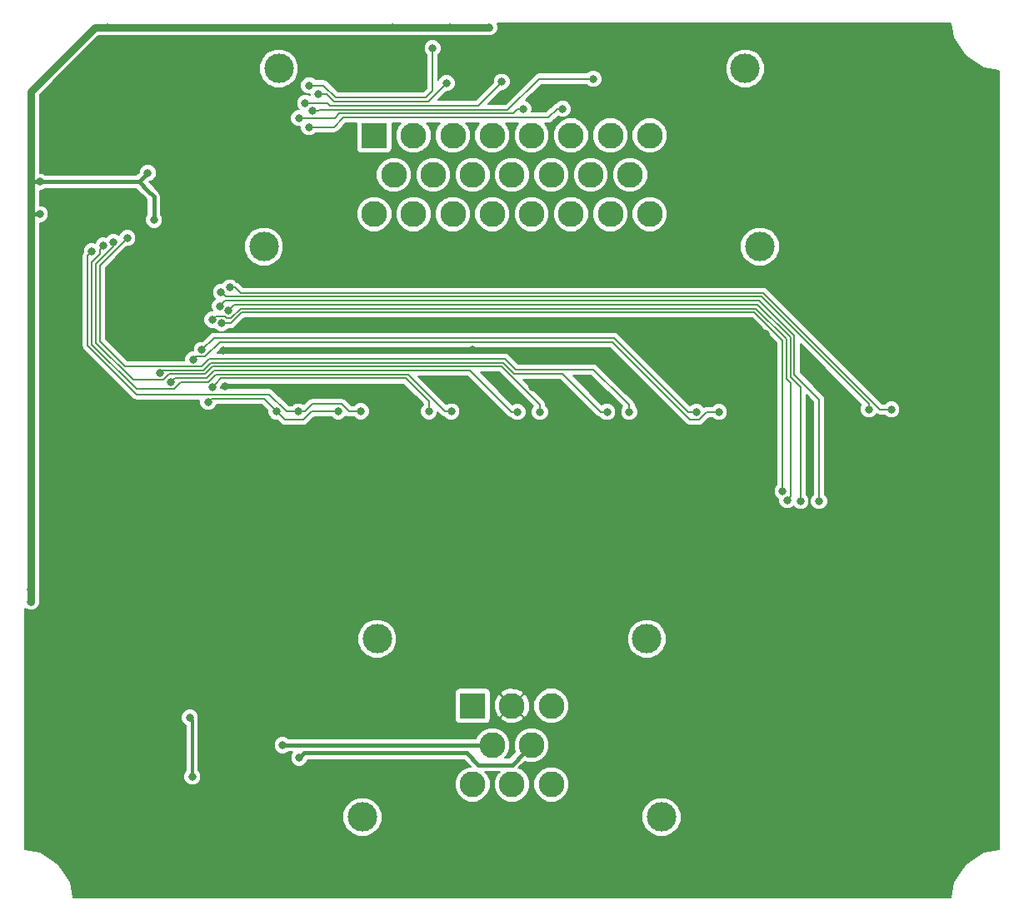
<source format=gbl>
G04 #@! TF.GenerationSoftware,KiCad,Pcbnew,(2017-01-11 revision e99b79cb2)-master*
G04 #@! TF.CreationDate,2017-12-08T16:29:26+02:00*
G04 #@! TF.ProjectId,esb,6573622E6B696361645F706362000000,rev?*
G04 #@! TF.FileFunction,Copper,L2,Bot,Signal*
G04 #@! TF.FilePolarity,Positive*
%FSLAX46Y46*%
G04 Gerber Fmt 4.6, Leading zero omitted, Abs format (unit mm)*
G04 Created by KiCad (PCBNEW (2017-01-11 revision e99b79cb2)-master) date Fri Dec  8 16:29:26 2017*
%MOMM*%
%LPD*%
G01*
G04 APERTURE LIST*
%ADD10C,0.100000*%
%ADD11R,2.623820X2.623820*%
%ADD12C,2.623820*%
%ADD13C,2.999740*%
%ADD14C,0.800000*%
%ADD15C,0.200000*%
%ADD16C,0.800000*%
%ADD17C,0.400000*%
%ADD18C,0.300000*%
G04 APERTURE END LIST*
D10*
D11*
X154000260Y-60999580D03*
D12*
X157998220Y-60999580D03*
X161998720Y-60999580D03*
X165999220Y-60999580D03*
X169997180Y-60999580D03*
X173997680Y-60999580D03*
X177998180Y-60999580D03*
X181996140Y-60999580D03*
X155999240Y-64997540D03*
X159999740Y-64997540D03*
X164000240Y-64997540D03*
X167998200Y-64997540D03*
X171996160Y-64997540D03*
X175996660Y-64997540D03*
X179997160Y-64997540D03*
X154000260Y-68995500D03*
X157998220Y-68995500D03*
X161998720Y-68995500D03*
X165999220Y-68995500D03*
X169997180Y-68995500D03*
X173997680Y-68995500D03*
X177998180Y-68995500D03*
X181996140Y-68995500D03*
D13*
X144300000Y-54200000D03*
X191696400Y-54200000D03*
X142798860Y-72297500D03*
X193197540Y-72297500D03*
D11*
X164000260Y-118999580D03*
D12*
X167998220Y-118999580D03*
X171996180Y-118999580D03*
X165999240Y-122997540D03*
X169997200Y-122997540D03*
X164000260Y-126995500D03*
X167998220Y-126995500D03*
X171996180Y-126995500D03*
D13*
X154300000Y-112200000D03*
X181696440Y-112200000D03*
X183197580Y-130297500D03*
X152798860Y-130297500D03*
D14*
X146375000Y-51525000D03*
X148850000Y-54425000D03*
X169825000Y-53875000D03*
X173975000Y-50175000D03*
X200600000Y-113900000D03*
X210250000Y-104300000D03*
X191000000Y-124900000D03*
X164350000Y-53525000D03*
X154825000Y-54625000D03*
X132950000Y-125850000D03*
X133800000Y-130600000D03*
X138100000Y-130350000D03*
X138700000Y-135450000D03*
X144850000Y-135700000D03*
X148400000Y-125850000D03*
X156800000Y-128800000D03*
X155100000Y-135300000D03*
X168000000Y-132600000D03*
X176600000Y-130100000D03*
X190800000Y-68500000D03*
X209000000Y-75500000D03*
X197750000Y-83150000D03*
X201050000Y-90300000D03*
X210150000Y-88050000D03*
X200200000Y-103200000D03*
X163900000Y-75499979D03*
X142713098Y-75499979D03*
X175128951Y-75951612D03*
X194800000Y-76950002D03*
X187932595Y-86119901D03*
X179000000Y-86200000D03*
X205400000Y-85650000D03*
X145342828Y-86650000D03*
X151800000Y-86800000D03*
X194500000Y-99900000D03*
X161100000Y-86600000D03*
X170100000Y-86600000D03*
X138800000Y-86500000D03*
X138700000Y-82900000D03*
X185200000Y-72200000D03*
X141100000Y-51500000D03*
X128300000Y-51600000D03*
X141600000Y-58300000D03*
X138900000Y-62300000D03*
X146200000Y-61000000D03*
X150300000Y-68800000D03*
X164000000Y-80400000D03*
X132200000Y-78500000D03*
X132900000Y-81900000D03*
X128400000Y-80600000D03*
X129900000Y-72900000D03*
X123500000Y-74100000D03*
X122900000Y-86500000D03*
X126300000Y-86600000D03*
X126300000Y-104600000D03*
X129600000Y-116400000D03*
X134800000Y-112400000D03*
X132300000Y-99300000D03*
X140400000Y-90200000D03*
X156300000Y-90400000D03*
X164800000Y-89900000D03*
X135572127Y-77082162D03*
X185400000Y-136000000D03*
X211500000Y-137500000D03*
X202600000Y-130000000D03*
X216500000Y-132800000D03*
X199700000Y-137600000D03*
X136893140Y-67516896D03*
X122900000Y-56500000D03*
X138800000Y-73900000D03*
X128700000Y-60600000D03*
X132200000Y-72600000D03*
X129000000Y-64700000D03*
X132700000Y-68200000D03*
X133000000Y-70500000D03*
X125400000Y-68500000D03*
X141800000Y-120300000D03*
X137700000Y-120200000D03*
X127600000Y-110100000D03*
X123300000Y-110100000D03*
X133600000Y-121900000D03*
X164000000Y-82800000D03*
X193800000Y-81200000D03*
X177700000Y-80300000D03*
X169300000Y-80300000D03*
X172600000Y-83600000D03*
X174200000Y-90200000D03*
X183500000Y-90000000D03*
X193000000Y-90300000D03*
X198800000Y-65400000D03*
X182200000Y-57400000D03*
X191500000Y-50400000D03*
X211400000Y-50300000D03*
X216700000Y-54800000D03*
X216800000Y-64900000D03*
X216600000Y-84400000D03*
X216500000Y-100100000D03*
X216600000Y-115200000D03*
X121000000Y-124900000D03*
X129200000Y-128100000D03*
X122700000Y-130400000D03*
X131300000Y-136300000D03*
X161700000Y-50000000D03*
X155825000Y-50000000D03*
X165700000Y-50000000D03*
X131600000Y-69600000D03*
X131000000Y-64800000D03*
X120000000Y-65700000D03*
X120000000Y-69000000D03*
X119100000Y-107200000D03*
X119100000Y-108400000D03*
X126900000Y-50000000D03*
X144700000Y-123000000D03*
X146400000Y-124300000D03*
X135239345Y-120200020D03*
X135500000Y-126200000D03*
X159933000Y-52115000D03*
X147350000Y-55900000D03*
X166975000Y-55550000D03*
X147000000Y-57700000D03*
X147344620Y-60149997D03*
X173161800Y-58300000D03*
X137566190Y-79742187D03*
X195947219Y-98094438D03*
X176275000Y-55225000D03*
X147750000Y-58500000D03*
X132251967Y-85163919D03*
X177651573Y-89107878D03*
X136500000Y-82800000D03*
X186721573Y-89107878D03*
X197300000Y-98161800D03*
X139192999Y-78797852D03*
X146350000Y-59225000D03*
X169161800Y-58300000D03*
X138301779Y-78340231D03*
X199200000Y-98161800D03*
X152640000Y-89050000D03*
X146320742Y-89075679D03*
X125300000Y-72800000D03*
X127487598Y-71822437D03*
X170840000Y-89100000D03*
X144040742Y-89075679D03*
X150360000Y-89050000D03*
X137148007Y-88099016D03*
X133352239Y-86089616D03*
X168560000Y-89100000D03*
X161375000Y-55650000D03*
X148350000Y-56800000D03*
X204250000Y-88850000D03*
X138450000Y-76950000D03*
X139321586Y-76459733D03*
X206530000Y-88850000D03*
X128900000Y-71400000D03*
X179931573Y-89107878D03*
X135573943Y-83763907D03*
X189001573Y-89107878D03*
X126500000Y-72200000D03*
X161820742Y-89075679D03*
X137529777Y-86616925D03*
X159540742Y-89075679D03*
X195500000Y-97200000D03*
X138500000Y-80099990D03*
D15*
X146375000Y-51525000D02*
X141125000Y-51525000D01*
X141125000Y-51525000D02*
X141100000Y-51500000D01*
X148850000Y-54425000D02*
X146375000Y-51950000D01*
X146375000Y-51950000D02*
X146375000Y-51525000D01*
X154825000Y-54625000D02*
X149050000Y-54625000D01*
X149050000Y-54625000D02*
X148850000Y-54425000D01*
X169825000Y-53875000D02*
X164700000Y-53875000D01*
X164700000Y-53875000D02*
X164350000Y-53525000D01*
X173975000Y-50175000D02*
X170275000Y-53875000D01*
X170275000Y-53875000D02*
X169825000Y-53875000D01*
X191500000Y-50400000D02*
X174200000Y-50400000D01*
X174200000Y-50400000D02*
X173975000Y-50175000D01*
X210200000Y-104300000D02*
X210250000Y-104300000D01*
X200600000Y-113900000D02*
X210200000Y-104300000D01*
X210250000Y-88150000D02*
X210150000Y-88050000D01*
X210250000Y-104300000D02*
X210250000Y-88150000D01*
X195549999Y-129899999D02*
X195549999Y-129449999D01*
X191399999Y-125299999D02*
X191000000Y-124900000D01*
X195549999Y-129449999D02*
X191399999Y-125299999D01*
X145613996Y-56500000D02*
X147163998Y-54949998D01*
X122900000Y-56500000D02*
X145613996Y-56500000D01*
X147163998Y-54949998D02*
X147350002Y-54949998D01*
X147350002Y-54949998D02*
X150700001Y-51599999D01*
X150700001Y-51599999D02*
X151100000Y-51200000D01*
X133800000Y-130600000D02*
X132950000Y-129750000D01*
X132950000Y-129750000D02*
X132950000Y-125850000D01*
X129200000Y-128100000D02*
X131300000Y-128100000D01*
X131300000Y-128100000D02*
X133800000Y-130600000D01*
X138100000Y-130350000D02*
X131450000Y-130350000D01*
X131450000Y-130350000D02*
X129200000Y-128100000D01*
X138700000Y-135450000D02*
X138100000Y-134850000D01*
X138100000Y-134850000D02*
X138100000Y-130350000D01*
X144850000Y-135700000D02*
X138950000Y-135700000D01*
X138950000Y-135700000D02*
X138700000Y-135450000D01*
X148900000Y-126350000D02*
X148900000Y-131650000D01*
X148900000Y-131650000D02*
X144850000Y-135700000D01*
X148400000Y-125850000D02*
X148900000Y-126350000D01*
X155315685Y-126750000D02*
X149300000Y-126750000D01*
X149300000Y-126750000D02*
X148400000Y-125850000D01*
X156800000Y-128800000D02*
X156800000Y-128234315D01*
X156800000Y-128234315D02*
X155315685Y-126750000D01*
X155100000Y-135300000D02*
X156800000Y-133600000D01*
X156800000Y-133600000D02*
X156800000Y-128800000D01*
X168000000Y-132600000D02*
X157800000Y-132600000D01*
X157800000Y-132600000D02*
X155100000Y-135300000D01*
X176600000Y-130100000D02*
X174100000Y-132600000D01*
X174100000Y-132600000D02*
X168000000Y-132600000D01*
X185400000Y-136000000D02*
X182500000Y-136000000D01*
X182500000Y-136000000D02*
X176600000Y-130100000D01*
X164800000Y-89900000D02*
X164800000Y-115801360D01*
X164800000Y-115801360D02*
X167998220Y-118999580D01*
X198800000Y-65400000D02*
X193900000Y-65400000D01*
X193900000Y-65400000D02*
X190800000Y-68500000D01*
X209000000Y-75500000D02*
X198900000Y-65400000D01*
X198900000Y-65400000D02*
X198800000Y-65400000D01*
X201050000Y-88050000D02*
X197750000Y-84750000D01*
X197750000Y-84750000D02*
X197750000Y-83150000D01*
X201050000Y-90300000D02*
X201050000Y-88050000D01*
X207900000Y-91000000D02*
X201750000Y-91000000D01*
X201750000Y-91000000D02*
X201050000Y-90300000D01*
X208950000Y-89950000D02*
X207900000Y-91000000D01*
X208950000Y-89250000D02*
X208950000Y-89950000D01*
X210150000Y-88050000D02*
X208950000Y-89250000D01*
X199700000Y-137600000D02*
X199700000Y-134050000D01*
X199700000Y-134050000D02*
X195549999Y-129899999D01*
X195650000Y-130000000D02*
X195549999Y-129899999D01*
X202600000Y-130000000D02*
X195650000Y-130000000D01*
X164465685Y-75499979D02*
X163900000Y-75499979D01*
X143300021Y-75799979D02*
X143278783Y-75799979D01*
X138800000Y-73900000D02*
X140399979Y-75499979D01*
X140399979Y-75499979D02*
X142147413Y-75499979D01*
X143278783Y-75799979D02*
X143013098Y-75799979D01*
X164917318Y-75951612D02*
X174563266Y-75951612D01*
X163334315Y-75499979D02*
X163900000Y-75499979D01*
X143013098Y-75799979D02*
X142713098Y-75499979D01*
X181900021Y-75499979D02*
X164465685Y-75499979D01*
X150300000Y-68800000D02*
X143300021Y-75799979D01*
X142147413Y-75499979D02*
X142713098Y-75499979D01*
X143278783Y-75799979D02*
X143578783Y-75499979D01*
X143578783Y-75499979D02*
X163334315Y-75499979D01*
X185200000Y-72200000D02*
X181900021Y-75499979D01*
X174563266Y-75951612D02*
X175128951Y-75951612D01*
X164465685Y-75499979D02*
X164917318Y-75951612D01*
X194800000Y-76950002D02*
X198800000Y-72950002D01*
X198800000Y-72950002D02*
X198800000Y-65400000D01*
X132200000Y-78500000D02*
X134700000Y-81000000D01*
X134700000Y-81000000D02*
X139500000Y-81000000D01*
X139500000Y-81000000D02*
X139700001Y-80799999D01*
X139700001Y-80799999D02*
X163600001Y-80799999D01*
X163600001Y-80799999D02*
X164000000Y-80400000D01*
X151100000Y-51200000D02*
X141400000Y-51200000D01*
X141400000Y-51200000D02*
X141100000Y-51500000D01*
X141100000Y-51500000D02*
X141600000Y-52000000D01*
X141600000Y-52000000D02*
X141600000Y-58300000D01*
X128300000Y-51600000D02*
X141000000Y-51600000D01*
X141000000Y-51600000D02*
X141100000Y-51500000D01*
X141600000Y-58300000D02*
X134900000Y-51600000D01*
X134900000Y-51600000D02*
X128300000Y-51600000D01*
X138900000Y-62300000D02*
X138900000Y-61000000D01*
X138900000Y-61000000D02*
X141600000Y-58300000D01*
X146200000Y-61000000D02*
X144900000Y-62300000D01*
X144900000Y-62300000D02*
X138900000Y-62300000D01*
X150300000Y-68800000D02*
X150300000Y-65100000D01*
X150300000Y-65100000D02*
X146200000Y-61000000D01*
X132900000Y-81900000D02*
X132200000Y-81200000D01*
X132200000Y-81200000D02*
X132200000Y-78500000D01*
X128400000Y-80600000D02*
X131600000Y-80600000D01*
X131600000Y-80600000D02*
X132900000Y-81900000D01*
X129900000Y-72900000D02*
X128400000Y-74400000D01*
X128400000Y-74400000D02*
X128400000Y-80600000D01*
X122900000Y-86500000D02*
X123500000Y-85900000D01*
X123500000Y-85900000D02*
X123500000Y-74100000D01*
X126300000Y-86600000D02*
X123000000Y-86600000D01*
X123000000Y-86600000D02*
X122900000Y-86500000D01*
X126300000Y-104600000D02*
X126300000Y-86600000D01*
X129600000Y-116400000D02*
X129600000Y-107900000D01*
X129600000Y-107900000D02*
X126300000Y-104600000D01*
X134800000Y-112400000D02*
X130800000Y-116400000D01*
X130800000Y-116400000D02*
X129600000Y-116400000D01*
X132300000Y-99300000D02*
X132300000Y-109900000D01*
X132300000Y-109900000D02*
X134800000Y-112400000D01*
X140400000Y-90200000D02*
X132300000Y-98300000D01*
X132300000Y-98300000D02*
X132300000Y-99300000D01*
X154100000Y-92600000D02*
X142800000Y-92600000D01*
X142800000Y-92600000D02*
X140400000Y-90200000D01*
X156300000Y-90400000D02*
X154100000Y-92600000D01*
X161900000Y-92800000D02*
X158700000Y-92800000D01*
X158700000Y-92800000D02*
X156300000Y-90400000D01*
X164800000Y-89900000D02*
X161900000Y-92800000D01*
X167000000Y-92100000D02*
X164800000Y-89900000D01*
X170700000Y-130765685D02*
X170700000Y-130200000D01*
X170900000Y-136000000D02*
X170700000Y-135800000D01*
X170700000Y-135800000D02*
X170700000Y-130765685D01*
X185400000Y-136000000D02*
X170900000Y-136000000D01*
X141800000Y-120300000D02*
X136100000Y-114600000D01*
X137700000Y-120200000D02*
X141700000Y-120200000D01*
X141700000Y-120200000D02*
X141800000Y-120300000D01*
X127600000Y-110100000D02*
X137700000Y-120200000D01*
X123300000Y-110100000D02*
X127600000Y-110100000D01*
X164565685Y-82800000D02*
X164000000Y-82800000D01*
X171800000Y-82800000D02*
X164565685Y-82800000D01*
X172600000Y-83600000D02*
X171800000Y-82800000D01*
X193000000Y-82000000D02*
X193800000Y-81200000D01*
X193000000Y-90300000D02*
X193000000Y-82000000D01*
X185600000Y-80300000D02*
X193000000Y-87700000D01*
X193000000Y-87700000D02*
X193000000Y-90300000D01*
X177700000Y-80300000D02*
X185600000Y-80300000D01*
X169300000Y-80300000D02*
X177700000Y-80300000D01*
X172300000Y-92100000D02*
X167000000Y-92100000D01*
X174200000Y-90200000D02*
X172300000Y-92100000D01*
X181434315Y-91500000D02*
X175500000Y-91500000D01*
X175500000Y-91500000D02*
X174200000Y-90200000D01*
X183500000Y-90000000D02*
X182934315Y-90000000D01*
X182934315Y-90000000D02*
X181434315Y-91500000D01*
X188500000Y-90700000D02*
X184200000Y-90700000D01*
X184200000Y-90700000D02*
X183500000Y-90000000D01*
X188900000Y-90300000D02*
X188500000Y-90700000D01*
X193000000Y-90300000D02*
X188900000Y-90300000D01*
X194134315Y-60734315D02*
X198800000Y-65400000D01*
X186100000Y-60734315D02*
X194134315Y-60734315D01*
X182200000Y-57400000D02*
X182765685Y-57400000D01*
X182765685Y-57400000D02*
X186100000Y-60734315D01*
X211400000Y-50300000D02*
X191600000Y-50300000D01*
X191600000Y-50300000D02*
X191500000Y-50400000D01*
X216800000Y-64900000D02*
X216800000Y-54900000D01*
X216800000Y-54900000D02*
X216700000Y-54800000D01*
X216500000Y-84800000D02*
X216600000Y-84700000D01*
X216600000Y-84700000D02*
X216600000Y-84400000D01*
X216500000Y-100100000D02*
X216500000Y-84800000D01*
X216500000Y-132800000D02*
X216500000Y-115300000D01*
X216500000Y-115300000D02*
X216600000Y-115200000D01*
X121000000Y-124900000D02*
X124000000Y-121900000D01*
X124000000Y-121900000D02*
X133600000Y-121900000D01*
X129200000Y-128100000D02*
X124200000Y-128100000D01*
X124200000Y-128100000D02*
X121000000Y-124900000D01*
X122700000Y-130400000D02*
X125000000Y-128100000D01*
X125000000Y-128100000D02*
X129200000Y-128100000D01*
X131300000Y-136300000D02*
X128600000Y-136300000D01*
X128600000Y-136300000D02*
X122700000Y-130400000D01*
X144000000Y-136300000D02*
X131300000Y-136300000D01*
D16*
X165700000Y-50000000D02*
X161700000Y-50000000D01*
X161700000Y-50000000D02*
X161300000Y-50000000D01*
X156800000Y-50000000D02*
X155825000Y-50000000D01*
X155825000Y-50000000D02*
X152200000Y-50000000D01*
X126900000Y-50000000D02*
X152200000Y-50000000D01*
X161300000Y-50000000D02*
X156800000Y-50000000D01*
D17*
X131000000Y-66600000D02*
X131600000Y-67200000D01*
X131600000Y-67200000D02*
X131600000Y-69600000D01*
X130100000Y-65700000D02*
X131000000Y-66600000D01*
X131000000Y-64800000D02*
X130100000Y-65700000D01*
X130100000Y-65700000D02*
X120000000Y-65700000D01*
D16*
X119100000Y-69000000D02*
X119100000Y-65700000D01*
X119100000Y-65700000D02*
X119100000Y-56500000D01*
D17*
X120000000Y-65700000D02*
X119100000Y-65700000D01*
D16*
X119100000Y-108400000D02*
X119100000Y-69000000D01*
D17*
X119100000Y-69000000D02*
X120000000Y-69000000D01*
D16*
X125600000Y-50000000D02*
X126900000Y-50000000D01*
X119100000Y-56500000D02*
X125600000Y-50000000D01*
D17*
X145600000Y-123000000D02*
X144700000Y-123000000D01*
X166001020Y-123000000D02*
X145600000Y-123000000D01*
X169998980Y-123000000D02*
X169198980Y-123800000D01*
X169198980Y-123800000D02*
X169198980Y-123801020D01*
X168000000Y-125000000D02*
X164600000Y-125000000D01*
X169198980Y-123801020D02*
X168000000Y-125000000D01*
X164600000Y-125000000D02*
X163400000Y-123800000D01*
X163400000Y-123800000D02*
X146900000Y-123800000D01*
X146900000Y-123800000D02*
X146400000Y-124300000D01*
D18*
X135500000Y-126200000D02*
X135500000Y-120460675D01*
X135500000Y-120460675D02*
X135239345Y-120200020D01*
D15*
X147350000Y-55900000D02*
X148850000Y-55900000D01*
X148850000Y-55900000D02*
X150075000Y-57125000D01*
X150075000Y-57125000D02*
X159225000Y-57125000D01*
X159225000Y-57125000D02*
X159933000Y-56417000D01*
X159933000Y-56417000D02*
X159933000Y-52115000D01*
X166575001Y-55949999D02*
X166975000Y-55550000D01*
X164550000Y-57975000D02*
X166575001Y-55949999D01*
X149524985Y-57975000D02*
X164550000Y-57975000D01*
X147000000Y-57700000D02*
X149249985Y-57700000D01*
X149249985Y-57700000D02*
X149524985Y-57975000D01*
X147344620Y-60149997D02*
X149900003Y-60149997D01*
X149900003Y-60149997D02*
X150874967Y-59175033D01*
X150874967Y-59175033D02*
X171705767Y-59175033D01*
X171705767Y-59175033D02*
X172580800Y-58300000D01*
X172580800Y-58300000D02*
X173161800Y-58300000D01*
X192801748Y-78600044D02*
X140399941Y-78600044D01*
X138836002Y-79399988D02*
X137908389Y-79399988D01*
X139399997Y-79599988D02*
X139036002Y-79599988D01*
X140399941Y-78600044D02*
X139399997Y-79599988D01*
X137908389Y-79399988D02*
X137566190Y-79742187D01*
X195900011Y-85734311D02*
X195900011Y-81698307D01*
X195900011Y-81698307D02*
X192801748Y-78600044D01*
X196347218Y-86181518D02*
X195900011Y-85734311D01*
X196347218Y-97694439D02*
X196347218Y-86181518D01*
X195947219Y-98094438D02*
X196347218Y-97694439D01*
X139036002Y-79599988D02*
X138836002Y-79399988D01*
X147750000Y-58500000D02*
X148315685Y-58500000D01*
X148315685Y-58500000D02*
X148440674Y-58375011D01*
X148440674Y-58375011D02*
X167574989Y-58375011D01*
X167574989Y-58375011D02*
X170725000Y-55225000D01*
X170725000Y-55225000D02*
X175709315Y-55225000D01*
X175709315Y-55225000D02*
X176275000Y-55225000D01*
X157862831Y-84100031D02*
X157862756Y-84099956D01*
X136603482Y-84863920D02*
X132551966Y-84863920D01*
X167131431Y-84100031D02*
X157862831Y-84100031D01*
X177051573Y-89107878D02*
X173143726Y-85200031D01*
X177651573Y-89107878D02*
X177051573Y-89107878D01*
X168231431Y-85200031D02*
X167131431Y-84100031D01*
X137367446Y-84099956D02*
X136603482Y-84863920D01*
X173143726Y-85200031D02*
X168231431Y-85200031D01*
X157862756Y-84099956D02*
X137367446Y-84099956D01*
X132551966Y-84863920D02*
X132251967Y-85163919D01*
X136500000Y-82800000D02*
X137700011Y-81599989D01*
X178399989Y-81599989D02*
X185907878Y-89107878D01*
X137700011Y-81599989D02*
X178399989Y-81599989D01*
X186121573Y-89107878D02*
X186721573Y-89107878D01*
X185907878Y-89107878D02*
X186121573Y-89107878D01*
X196300022Y-81532618D02*
X192967437Y-78200033D01*
X139790818Y-78200033D02*
X139592998Y-78397853D01*
X139592998Y-78397853D02*
X139192999Y-78797852D01*
X192967437Y-78200033D02*
X139790818Y-78200033D01*
X196300022Y-85568622D02*
X196300022Y-81532618D01*
X197300000Y-86568600D02*
X196300022Y-85568622D01*
X197300000Y-98161800D02*
X197300000Y-86568600D01*
X146915685Y-59225000D02*
X146350000Y-59225000D01*
X150000000Y-59225000D02*
X146915685Y-59225000D01*
X168580800Y-58300000D02*
X168105778Y-58775022D01*
X168105778Y-58775022D02*
X150449978Y-58775022D01*
X169161800Y-58300000D02*
X168580800Y-58300000D01*
X150449978Y-58775022D02*
X150000000Y-59225000D01*
X199200000Y-87834300D02*
X196700033Y-85334333D01*
X196700033Y-85334333D02*
X196700033Y-81366929D01*
X196700033Y-81366929D02*
X193133126Y-77800022D01*
X193133126Y-77800022D02*
X138841988Y-77800022D01*
X138701778Y-77940232D02*
X138301779Y-78340231D01*
X138841988Y-77800022D02*
X138701778Y-77940232D01*
X199200000Y-98161800D02*
X199200000Y-87834300D01*
X146320742Y-89075679D02*
X146920742Y-89075679D01*
X150700000Y-88300000D02*
X151450000Y-89050000D01*
X146920742Y-89075679D02*
X147696421Y-88300000D01*
X147696421Y-88300000D02*
X150700000Y-88300000D01*
X151450000Y-89050000D02*
X152040000Y-89050000D01*
X152040000Y-89050000D02*
X152640000Y-89050000D01*
X125300000Y-72800000D02*
X124899967Y-73200033D01*
X124899967Y-73200033D02*
X124899967Y-82397067D01*
X129819827Y-87316927D02*
X143316927Y-87316927D01*
X124899967Y-82397067D02*
X129819827Y-87316927D01*
X143316927Y-87316927D02*
X145075679Y-89075679D01*
X145075679Y-89075679D02*
X146320742Y-89075679D01*
X125699989Y-74034311D02*
X127487598Y-72246702D01*
X125699989Y-82065689D02*
X125699989Y-74034311D01*
X129498221Y-85863921D02*
X125699989Y-82065689D01*
X132587969Y-85863921D02*
X129498221Y-85863921D01*
X133187959Y-85263931D02*
X132587969Y-85863921D01*
X127487598Y-72246702D02*
X127487598Y-71822437D01*
X136769171Y-85263931D02*
X133187959Y-85263931D01*
X137533135Y-84499967D02*
X136769171Y-85263931D01*
X170240000Y-87800000D02*
X170240000Y-87774300D01*
X157697067Y-84499967D02*
X137533135Y-84499967D01*
X157697142Y-84500042D02*
X157697067Y-84499967D01*
X166965742Y-84500042D02*
X157697142Y-84500042D01*
X170240000Y-87774300D02*
X166965742Y-84500042D01*
X170840000Y-88400000D02*
X170240000Y-87800000D01*
X170840000Y-89100000D02*
X170840000Y-88400000D01*
X150360000Y-89050000D02*
X147650000Y-89050000D01*
X146800000Y-89900000D02*
X146000000Y-89900000D01*
X147650000Y-89050000D02*
X146800000Y-89900000D01*
X144040742Y-89075679D02*
X144075679Y-89075679D01*
X144075679Y-89075679D02*
X144900000Y-89900000D01*
X144900000Y-89900000D02*
X146000000Y-89900000D01*
X144040742Y-89075679D02*
X144040742Y-89040742D01*
X144040742Y-89040742D02*
X142800000Y-87800000D01*
X142800000Y-87800000D02*
X137447023Y-87800000D01*
X137447023Y-87800000D02*
X137148007Y-88099016D01*
X146000000Y-89900000D02*
X145900000Y-89900000D01*
X133777913Y-85663942D02*
X133752238Y-85689617D01*
X168560000Y-89100000D02*
X167960000Y-89100000D01*
X133752238Y-85689617D02*
X133352239Y-86089616D01*
X136934860Y-85663942D02*
X133777913Y-85663942D01*
X167960000Y-89100000D02*
X163760053Y-84900053D01*
X157531378Y-84899978D02*
X137698824Y-84899978D01*
X157531453Y-84900053D02*
X157531378Y-84899978D01*
X137698824Y-84899978D02*
X136934860Y-85663942D01*
X163760053Y-84900053D02*
X157531453Y-84900053D01*
X159499989Y-57525011D02*
X160975001Y-56049999D01*
X160975001Y-56049999D02*
X161375000Y-55650000D01*
X149909311Y-57525011D02*
X159499989Y-57525011D01*
X149184300Y-56800000D02*
X149909311Y-57525011D01*
X148350000Y-56800000D02*
X149184300Y-56800000D01*
X193350011Y-77400011D02*
X204250000Y-88300000D01*
X138450000Y-76950000D02*
X138900011Y-77400011D01*
X204250000Y-88300000D02*
X204250000Y-88850000D01*
X138900011Y-77400011D02*
X193350011Y-77400011D01*
X140427538Y-77000000D02*
X139887271Y-76459733D01*
X206530000Y-88850000D02*
X205365700Y-88850000D01*
X205365700Y-88850000D02*
X193515700Y-77000000D01*
X193515700Y-77000000D02*
X140427538Y-77000000D01*
X139887271Y-76459733D02*
X139321586Y-76459733D01*
X128900000Y-71400000D02*
X126100000Y-74200000D01*
X126100000Y-74200000D02*
X126100000Y-81900000D01*
X126100000Y-81900000D02*
X128663909Y-84463909D01*
X128663909Y-84463909D02*
X136437793Y-84463909D01*
X136437793Y-84463909D02*
X137201757Y-83699945D01*
X137201757Y-83699945D02*
X158028445Y-83699945D01*
X158028445Y-83699945D02*
X158028520Y-83700020D01*
X158028520Y-83700020D02*
X167297120Y-83700020D01*
X167297120Y-83700020D02*
X168397120Y-84800020D01*
X168397120Y-84800020D02*
X176265720Y-84800020D01*
X176265720Y-84800020D02*
X179273578Y-87807878D01*
X179273578Y-87807878D02*
X179331573Y-87807878D01*
X179331573Y-87807878D02*
X179931573Y-88407878D01*
X179931573Y-88407878D02*
X179931573Y-89107878D01*
X135837849Y-83500001D02*
X135573943Y-83763907D01*
X138336002Y-82000000D02*
X136836001Y-83500001D01*
X178200000Y-82000000D02*
X138336002Y-82000000D01*
X187000000Y-89900000D02*
X186100000Y-89900000D01*
X136836001Y-83500001D02*
X135837849Y-83500001D01*
X187792122Y-89107878D02*
X187000000Y-89900000D01*
X189001573Y-89107878D02*
X187792122Y-89107878D01*
X186100000Y-89900000D02*
X178200000Y-82000000D01*
X126500000Y-72200000D02*
X126100001Y-72599999D01*
X126100001Y-72599999D02*
X126100001Y-73068599D01*
X126100001Y-73068599D02*
X125299978Y-73868622D01*
X125299978Y-73868622D02*
X125299978Y-82231378D01*
X133660402Y-86789617D02*
X134386066Y-86063953D01*
X134386066Y-86063953D02*
X137100549Y-86063953D01*
X161220742Y-89075679D02*
X161820742Y-89075679D01*
X157445052Y-85299989D02*
X161220742Y-89075679D01*
X137864513Y-85299989D02*
X157445052Y-85299989D01*
X129858217Y-86789617D02*
X133660402Y-86789617D01*
X125299978Y-82231378D02*
X129858217Y-86789617D01*
X137100549Y-86063953D02*
X137864513Y-85299989D01*
X157200000Y-85700000D02*
X138446702Y-85700000D01*
X159540742Y-89075679D02*
X159540742Y-88040742D01*
X159540742Y-88040742D02*
X157200000Y-85700000D01*
X138446702Y-85700000D02*
X137929776Y-86216926D01*
X137929776Y-86216926D02*
X137529777Y-86616925D01*
X139465695Y-80099990D02*
X139065685Y-80099990D01*
X139065685Y-80099990D02*
X138500000Y-80099990D01*
X195500000Y-81863996D02*
X192636059Y-79000055D01*
X195500000Y-97200000D02*
X195500000Y-81863996D01*
X140565630Y-79000055D02*
X139465695Y-80099990D01*
X192636059Y-79000055D02*
X140565630Y-79000055D01*
G36*
X212841170Y-51020717D02*
X212923293Y-51218981D01*
X212923296Y-51218984D01*
X214007155Y-52841094D01*
X214007157Y-52841098D01*
X214083030Y-52916970D01*
X214158902Y-52992843D01*
X214158906Y-52992845D01*
X215781017Y-54076705D01*
X215781019Y-54076707D01*
X215979283Y-54158830D01*
X217450000Y-54451374D01*
X217450000Y-133548626D01*
X215979283Y-133841170D01*
X215781019Y-133923293D01*
X215781017Y-133923295D01*
X214158906Y-135007155D01*
X214158902Y-135007157D01*
X214083030Y-135083030D01*
X214007157Y-135158902D01*
X214007155Y-135158906D01*
X212923296Y-136781016D01*
X212923293Y-136781019D01*
X212841170Y-136979283D01*
X212548626Y-138450000D01*
X123451374Y-138450000D01*
X123158830Y-136979283D01*
X123076707Y-136781019D01*
X123076705Y-136781017D01*
X121992845Y-135158906D01*
X121992843Y-135158902D01*
X121916970Y-135083030D01*
X121841098Y-135007157D01*
X121841094Y-135007155D01*
X120218984Y-133923296D01*
X120218981Y-133923293D01*
X120020717Y-133841170D01*
X118550000Y-133548626D01*
X118550000Y-130693554D01*
X150798643Y-130693554D01*
X151102464Y-131428856D01*
X151664545Y-131991919D01*
X152399316Y-132297022D01*
X153194914Y-132297717D01*
X153930216Y-131993896D01*
X154493279Y-131431815D01*
X154798382Y-130697044D01*
X154798385Y-130693554D01*
X181197363Y-130693554D01*
X181501184Y-131428856D01*
X182063265Y-131991919D01*
X182798036Y-132297022D01*
X183593634Y-132297717D01*
X184328936Y-131993896D01*
X184891999Y-131431815D01*
X185197102Y-130697044D01*
X185197797Y-129901446D01*
X184893976Y-129166144D01*
X184331895Y-128603081D01*
X183597124Y-128297978D01*
X182801526Y-128297283D01*
X182066224Y-128601104D01*
X181503161Y-129163185D01*
X181198058Y-129897956D01*
X181197363Y-130693554D01*
X154798385Y-130693554D01*
X154799077Y-129901446D01*
X154495256Y-129166144D01*
X153933175Y-128603081D01*
X153198404Y-128297978D01*
X152402806Y-128297283D01*
X151667504Y-128601104D01*
X151104441Y-129163185D01*
X150799338Y-129897956D01*
X150798643Y-130693554D01*
X118550000Y-130693554D01*
X118550000Y-120378256D01*
X134339189Y-120378256D01*
X134475917Y-120709163D01*
X134728870Y-120962558D01*
X134850000Y-121012855D01*
X134850000Y-125577183D01*
X134737462Y-125689525D01*
X134600157Y-126020194D01*
X134599844Y-126378236D01*
X134736572Y-126709143D01*
X134989525Y-126962538D01*
X135320194Y-127099843D01*
X135678236Y-127100156D01*
X136009143Y-126963428D01*
X136262538Y-126710475D01*
X136399843Y-126379806D01*
X136400156Y-126021764D01*
X136263428Y-125690857D01*
X136150000Y-125577231D01*
X136150000Y-123178236D01*
X143799844Y-123178236D01*
X143936572Y-123509143D01*
X144189525Y-123762538D01*
X144520194Y-123899843D01*
X144878236Y-123900156D01*
X145209143Y-123763428D01*
X145272682Y-123700000D01*
X145727143Y-123700000D01*
X145637462Y-123789525D01*
X145500157Y-124120194D01*
X145499844Y-124478236D01*
X145636572Y-124809143D01*
X145889525Y-125062538D01*
X146220194Y-125199843D01*
X146578236Y-125200156D01*
X146909143Y-125063428D01*
X147162538Y-124810475D01*
X147291458Y-124500000D01*
X163110050Y-124500000D01*
X163793460Y-125183410D01*
X163641430Y-125183277D01*
X162975237Y-125458542D01*
X162465093Y-125967796D01*
X162188666Y-126633508D01*
X162188037Y-127354330D01*
X162463302Y-128020523D01*
X162972556Y-128530667D01*
X163638268Y-128807094D01*
X164359090Y-128807723D01*
X165025283Y-128532458D01*
X165535427Y-128023204D01*
X165811854Y-127357492D01*
X165812483Y-126636670D01*
X165537218Y-125970477D01*
X165267213Y-125700000D01*
X166731317Y-125700000D01*
X166463053Y-125967796D01*
X166186626Y-126633508D01*
X166185997Y-127354330D01*
X166461262Y-128020523D01*
X166970516Y-128530667D01*
X167636228Y-128807094D01*
X168357050Y-128807723D01*
X169023243Y-128532458D01*
X169533387Y-128023204D01*
X169809814Y-127357492D01*
X169809816Y-127354330D01*
X170183957Y-127354330D01*
X170459222Y-128020523D01*
X170968476Y-128530667D01*
X171634188Y-128807094D01*
X172355010Y-128807723D01*
X173021203Y-128532458D01*
X173531347Y-128023204D01*
X173807774Y-127357492D01*
X173808403Y-126636670D01*
X173533138Y-125970477D01*
X173023884Y-125460333D01*
X172358172Y-125183906D01*
X171637350Y-125183277D01*
X170971157Y-125458542D01*
X170461013Y-125967796D01*
X170184586Y-126633508D01*
X170183957Y-127354330D01*
X169809816Y-127354330D01*
X169810443Y-126636670D01*
X169535178Y-125970477D01*
X169025924Y-125460333D01*
X168675235Y-125314715D01*
X169314136Y-124675814D01*
X169635208Y-124809134D01*
X170356030Y-124809763D01*
X171022223Y-124534498D01*
X171532367Y-124025244D01*
X171808794Y-123359532D01*
X171809423Y-122638710D01*
X171534158Y-121972517D01*
X171024904Y-121462373D01*
X170359192Y-121185946D01*
X169638370Y-121185317D01*
X168972177Y-121460582D01*
X168462033Y-121969836D01*
X168185606Y-122635548D01*
X168184977Y-123356370D01*
X168322017Y-123688033D01*
X167710050Y-124300000D01*
X167259171Y-124300000D01*
X167534407Y-124025244D01*
X167810834Y-123359532D01*
X167811463Y-122638710D01*
X167536198Y-121972517D01*
X167026944Y-121462373D01*
X166361232Y-121185946D01*
X165640410Y-121185317D01*
X164974217Y-121460582D01*
X164464073Y-121969836D01*
X164326977Y-122300000D01*
X145272904Y-122300000D01*
X145210475Y-122237462D01*
X144879806Y-122100157D01*
X144521764Y-122099844D01*
X144190857Y-122236572D01*
X143937462Y-122489525D01*
X143800157Y-122820194D01*
X143799844Y-123178236D01*
X136150000Y-123178236D01*
X136150000Y-120460675D01*
X136135625Y-120388407D01*
X136139188Y-120379826D01*
X136139501Y-120021784D01*
X136002773Y-119690877D01*
X135749820Y-119437482D01*
X135419151Y-119300177D01*
X135061109Y-119299864D01*
X134730202Y-119436592D01*
X134476807Y-119689545D01*
X134339502Y-120020214D01*
X134339189Y-120378256D01*
X118550000Y-120378256D01*
X118550000Y-117687670D01*
X162178555Y-117687670D01*
X162178555Y-120311490D01*
X162217361Y-120506580D01*
X162327870Y-120671970D01*
X162493260Y-120782479D01*
X162688350Y-120821285D01*
X165312170Y-120821285D01*
X165507260Y-120782479D01*
X165672650Y-120671970D01*
X165783159Y-120506580D01*
X165821965Y-120311490D01*
X165821965Y-120221036D01*
X166783835Y-120221036D01*
X166916390Y-120497096D01*
X167571815Y-120797103D01*
X168292156Y-120823453D01*
X168967747Y-120572135D01*
X169080050Y-120497096D01*
X169212605Y-120221036D01*
X167998220Y-119006651D01*
X166783835Y-120221036D01*
X165821965Y-120221036D01*
X165821965Y-119293516D01*
X166174347Y-119293516D01*
X166425665Y-119969107D01*
X166500704Y-120081410D01*
X166776764Y-120213965D01*
X167991149Y-118999580D01*
X168005291Y-118999580D01*
X169219676Y-120213965D01*
X169495736Y-120081410D01*
X169795743Y-119425985D01*
X169798214Y-119358410D01*
X170183957Y-119358410D01*
X170459222Y-120024603D01*
X170968476Y-120534747D01*
X171634188Y-120811174D01*
X172355010Y-120811803D01*
X173021203Y-120536538D01*
X173531347Y-120027284D01*
X173807774Y-119361572D01*
X173808403Y-118640750D01*
X173533138Y-117974557D01*
X173023884Y-117464413D01*
X172358172Y-117187986D01*
X171637350Y-117187357D01*
X170971157Y-117462622D01*
X170461013Y-117971876D01*
X170184586Y-118637588D01*
X170183957Y-119358410D01*
X169798214Y-119358410D01*
X169822093Y-118705644D01*
X169570775Y-118030053D01*
X169495736Y-117917750D01*
X169219676Y-117785195D01*
X168005291Y-118999580D01*
X167991149Y-118999580D01*
X166776764Y-117785195D01*
X166500704Y-117917750D01*
X166200697Y-118573175D01*
X166174347Y-119293516D01*
X165821965Y-119293516D01*
X165821965Y-117778124D01*
X166783835Y-117778124D01*
X167998220Y-118992509D01*
X169212605Y-117778124D01*
X169080050Y-117502064D01*
X168424625Y-117202057D01*
X167704284Y-117175707D01*
X167028693Y-117427025D01*
X166916390Y-117502064D01*
X166783835Y-117778124D01*
X165821965Y-117778124D01*
X165821965Y-117687670D01*
X165783159Y-117492580D01*
X165672650Y-117327190D01*
X165507260Y-117216681D01*
X165312170Y-117177875D01*
X162688350Y-117177875D01*
X162493260Y-117216681D01*
X162327870Y-117327190D01*
X162217361Y-117492580D01*
X162178555Y-117687670D01*
X118550000Y-117687670D01*
X118550000Y-112596054D01*
X152299783Y-112596054D01*
X152603604Y-113331356D01*
X153165685Y-113894419D01*
X153900456Y-114199522D01*
X154696054Y-114200217D01*
X155431356Y-113896396D01*
X155994419Y-113334315D01*
X156299522Y-112599544D01*
X156299525Y-112596054D01*
X179696223Y-112596054D01*
X180000044Y-113331356D01*
X180562125Y-113894419D01*
X181296896Y-114199522D01*
X182092494Y-114200217D01*
X182827796Y-113896396D01*
X183390859Y-113334315D01*
X183695962Y-112599544D01*
X183696657Y-111803946D01*
X183392836Y-111068644D01*
X182830755Y-110505581D01*
X182095984Y-110200478D01*
X181300386Y-110199783D01*
X180565084Y-110503604D01*
X180002021Y-111065685D01*
X179696918Y-111800456D01*
X179696223Y-112596054D01*
X156299525Y-112596054D01*
X156300217Y-111803946D01*
X155996396Y-111068644D01*
X155434315Y-110505581D01*
X154699544Y-110200478D01*
X153903946Y-110199783D01*
X153168644Y-110503604D01*
X152605581Y-111065685D01*
X152300478Y-111800456D01*
X152299783Y-112596054D01*
X118550000Y-112596054D01*
X118550000Y-109122944D01*
X118589525Y-109162538D01*
X118755584Y-109231491D01*
X118755585Y-109231492D01*
X118755586Y-109231492D01*
X118920194Y-109299843D01*
X119278236Y-109300156D01*
X119609143Y-109163428D01*
X119862538Y-108910475D01*
X119999843Y-108579806D01*
X120000156Y-108221764D01*
X120000000Y-108221386D01*
X120000000Y-107200213D01*
X120000156Y-107021764D01*
X120000000Y-107021386D01*
X120000000Y-73200033D01*
X124299967Y-73200033D01*
X124299967Y-82397067D01*
X124345639Y-82626677D01*
X124475703Y-82821331D01*
X129395563Y-87741191D01*
X129590217Y-87871255D01*
X129819827Y-87916927D01*
X136249112Y-87916927D01*
X136248164Y-87919210D01*
X136247851Y-88277252D01*
X136384579Y-88608159D01*
X136637532Y-88861554D01*
X136968201Y-88998859D01*
X137326243Y-88999172D01*
X137657150Y-88862444D01*
X137910545Y-88609491D01*
X137997533Y-88400000D01*
X142551472Y-88400000D01*
X143140817Y-88989345D01*
X143140586Y-89253915D01*
X143277314Y-89584822D01*
X143530267Y-89838217D01*
X143860936Y-89975522D01*
X144127227Y-89975755D01*
X144475736Y-90324264D01*
X144670390Y-90454328D01*
X144900000Y-90500000D01*
X146800000Y-90500000D01*
X147029610Y-90454328D01*
X147224264Y-90324264D01*
X147898528Y-89650000D01*
X149687271Y-89650000D01*
X149849525Y-89812538D01*
X150180194Y-89949843D01*
X150538236Y-89950156D01*
X150869143Y-89813428D01*
X151122538Y-89560475D01*
X151129536Y-89543621D01*
X151220390Y-89604328D01*
X151450000Y-89650000D01*
X151967271Y-89650000D01*
X152129525Y-89812538D01*
X152460194Y-89949843D01*
X152818236Y-89950156D01*
X153149143Y-89813428D01*
X153402538Y-89560475D01*
X153539843Y-89229806D01*
X153540156Y-88871764D01*
X153403428Y-88540857D01*
X153150475Y-88287462D01*
X152819806Y-88150157D01*
X152461764Y-88149844D01*
X152130857Y-88286572D01*
X151967143Y-88450000D01*
X151698528Y-88450000D01*
X151124264Y-87875736D01*
X150929610Y-87745672D01*
X150700000Y-87700000D01*
X147696421Y-87700000D01*
X147466811Y-87745672D01*
X147272157Y-87875736D01*
X146832983Y-88314910D01*
X146831217Y-88313141D01*
X146500548Y-88175836D01*
X146142506Y-88175523D01*
X145811599Y-88312251D01*
X145647885Y-88475679D01*
X145324207Y-88475679D01*
X143741191Y-86892663D01*
X143546537Y-86762599D01*
X143316927Y-86716927D01*
X138429690Y-86716927D01*
X138429822Y-86565408D01*
X138695230Y-86300000D01*
X156951472Y-86300000D01*
X158940742Y-88289270D01*
X158940742Y-88402950D01*
X158778204Y-88565204D01*
X158640899Y-88895873D01*
X158640586Y-89253915D01*
X158777314Y-89584822D01*
X159030267Y-89838217D01*
X159360936Y-89975522D01*
X159718978Y-89975835D01*
X160049885Y-89839107D01*
X160303280Y-89586154D01*
X160440585Y-89255485D01*
X160440682Y-89144147D01*
X160796478Y-89499943D01*
X160991132Y-89630007D01*
X161129993Y-89657628D01*
X161310267Y-89838217D01*
X161640936Y-89975522D01*
X161998978Y-89975835D01*
X162329885Y-89839107D01*
X162583280Y-89586154D01*
X162720585Y-89255485D01*
X162720898Y-88897443D01*
X162584170Y-88566536D01*
X162331217Y-88313141D01*
X162000548Y-88175836D01*
X161642506Y-88175523D01*
X161311599Y-88312251D01*
X161308718Y-88315127D01*
X158493644Y-85500053D01*
X163511525Y-85500053D01*
X167535736Y-89524264D01*
X167730390Y-89654328D01*
X167869251Y-89681949D01*
X168049525Y-89862538D01*
X168380194Y-89999843D01*
X168738236Y-90000156D01*
X169069143Y-89863428D01*
X169322538Y-89610475D01*
X169459843Y-89279806D01*
X169460156Y-88921764D01*
X169323428Y-88590857D01*
X169070475Y-88337462D01*
X168739806Y-88200157D01*
X168381764Y-88199844D01*
X168050857Y-88336572D01*
X168047976Y-88339448D01*
X164808570Y-85100042D01*
X166717214Y-85100042D01*
X169763984Y-88146812D01*
X169815736Y-88224264D01*
X170129275Y-88537803D01*
X170077462Y-88589525D01*
X169940157Y-88920194D01*
X169939844Y-89278236D01*
X170076572Y-89609143D01*
X170329525Y-89862538D01*
X170660194Y-89999843D01*
X171018236Y-90000156D01*
X171349143Y-89863428D01*
X171602538Y-89610475D01*
X171739843Y-89279806D01*
X171740156Y-88921764D01*
X171603428Y-88590857D01*
X171440000Y-88427143D01*
X171440000Y-88400000D01*
X171394328Y-88170390D01*
X171264264Y-87975736D01*
X170716016Y-87427488D01*
X170664264Y-87350036D01*
X169114259Y-85800031D01*
X172895198Y-85800031D01*
X176627309Y-89532142D01*
X176821963Y-89662206D01*
X176960824Y-89689827D01*
X177141098Y-89870416D01*
X177471767Y-90007721D01*
X177829809Y-90008034D01*
X178160716Y-89871306D01*
X178414111Y-89618353D01*
X178551416Y-89287684D01*
X178551729Y-88929642D01*
X178415001Y-88598735D01*
X178162048Y-88345340D01*
X177831379Y-88208035D01*
X177473337Y-88207722D01*
X177142430Y-88344450D01*
X177139549Y-88347326D01*
X174192243Y-85400020D01*
X176017192Y-85400020D01*
X178849314Y-88232142D01*
X179024093Y-88348926D01*
X179220848Y-88545681D01*
X179169035Y-88597403D01*
X179031730Y-88928072D01*
X179031417Y-89286114D01*
X179168145Y-89617021D01*
X179421098Y-89870416D01*
X179751767Y-90007721D01*
X180109809Y-90008034D01*
X180440716Y-89871306D01*
X180694111Y-89618353D01*
X180831416Y-89287684D01*
X180831729Y-88929642D01*
X180695001Y-88598735D01*
X180531573Y-88435021D01*
X180531573Y-88407878D01*
X180485901Y-88178268D01*
X180355837Y-87983614D01*
X179755837Y-87383614D01*
X179581058Y-87266830D01*
X176689984Y-84375756D01*
X176495330Y-84245692D01*
X176265720Y-84200020D01*
X168645648Y-84200020D01*
X167721384Y-83275756D01*
X167526730Y-83145692D01*
X167297120Y-83100020D01*
X158028822Y-83100020D01*
X158028445Y-83099945D01*
X138084585Y-83099945D01*
X138584530Y-82600000D01*
X177951472Y-82600000D01*
X185675736Y-90324264D01*
X185870390Y-90454328D01*
X186100000Y-90500000D01*
X187000000Y-90500000D01*
X187229610Y-90454328D01*
X187424264Y-90324264D01*
X188040650Y-89707878D01*
X188328844Y-89707878D01*
X188491098Y-89870416D01*
X188821767Y-90007721D01*
X189179809Y-90008034D01*
X189510716Y-89871306D01*
X189764111Y-89618353D01*
X189901416Y-89287684D01*
X189901729Y-88929642D01*
X189765001Y-88598735D01*
X189512048Y-88345340D01*
X189181379Y-88208035D01*
X188823337Y-88207722D01*
X188492430Y-88344450D01*
X188328716Y-88507878D01*
X187792122Y-88507878D01*
X187562512Y-88553550D01*
X187487140Y-88603912D01*
X187485001Y-88598735D01*
X187232048Y-88345340D01*
X186901379Y-88208035D01*
X186543337Y-88207722D01*
X186212430Y-88344450D01*
X186102608Y-88454080D01*
X178824253Y-81175725D01*
X178629599Y-81045661D01*
X178399989Y-80999989D01*
X138678616Y-80999989D01*
X139009143Y-80863418D01*
X139172857Y-80699990D01*
X139465695Y-80699990D01*
X139695305Y-80654318D01*
X139889959Y-80524254D01*
X140814158Y-79600055D01*
X192387531Y-79600055D01*
X194900000Y-82112524D01*
X194900000Y-96527271D01*
X194737462Y-96689525D01*
X194600157Y-97020194D01*
X194599844Y-97378236D01*
X194736572Y-97709143D01*
X194989525Y-97962538D01*
X195047313Y-97986534D01*
X195047063Y-98272674D01*
X195183791Y-98603581D01*
X195436744Y-98856976D01*
X195767413Y-98994281D01*
X196125455Y-98994594D01*
X196456362Y-98857866D01*
X196589998Y-98724463D01*
X196789525Y-98924338D01*
X197120194Y-99061643D01*
X197478236Y-99061956D01*
X197809143Y-98925228D01*
X198062538Y-98672275D01*
X198199843Y-98341606D01*
X198200156Y-97983564D01*
X198063428Y-97652657D01*
X197900000Y-97488943D01*
X197900000Y-87382828D01*
X198600000Y-88082828D01*
X198600000Y-97489071D01*
X198437462Y-97651325D01*
X198300157Y-97981994D01*
X198299844Y-98340036D01*
X198436572Y-98670943D01*
X198689525Y-98924338D01*
X199020194Y-99061643D01*
X199378236Y-99061956D01*
X199709143Y-98925228D01*
X199962538Y-98672275D01*
X200099843Y-98341606D01*
X200100156Y-97983564D01*
X199963428Y-97652657D01*
X199800000Y-97488943D01*
X199800000Y-87834300D01*
X199754328Y-87604690D01*
X199624264Y-87410036D01*
X197300033Y-85085805D01*
X197300033Y-82198561D01*
X203473829Y-88372357D01*
X203350157Y-88670194D01*
X203349844Y-89028236D01*
X203486572Y-89359143D01*
X203739525Y-89612538D01*
X204070194Y-89749843D01*
X204428236Y-89750156D01*
X204759143Y-89613428D01*
X205012538Y-89360475D01*
X205025118Y-89330179D01*
X205136090Y-89404328D01*
X205365700Y-89450000D01*
X205857271Y-89450000D01*
X206019525Y-89612538D01*
X206350194Y-89749843D01*
X206708236Y-89750156D01*
X207039143Y-89613428D01*
X207292538Y-89360475D01*
X207429843Y-89029806D01*
X207430156Y-88671764D01*
X207293428Y-88340857D01*
X207040475Y-88087462D01*
X206709806Y-87950157D01*
X206351764Y-87949844D01*
X206020857Y-88086572D01*
X205857143Y-88250000D01*
X205614228Y-88250000D01*
X193939964Y-76575736D01*
X193745310Y-76445672D01*
X193515700Y-76400000D01*
X140676066Y-76400000D01*
X140311535Y-76035469D01*
X140116881Y-75905405D01*
X140020837Y-75886301D01*
X139832061Y-75697195D01*
X139501392Y-75559890D01*
X139143350Y-75559577D01*
X138812443Y-75696305D01*
X138559048Y-75949258D01*
X138517192Y-76050059D01*
X138271764Y-76049844D01*
X137940857Y-76186572D01*
X137687462Y-76439525D01*
X137550157Y-76770194D01*
X137549844Y-77128236D01*
X137686572Y-77459143D01*
X137800700Y-77573471D01*
X137792636Y-77576803D01*
X137539241Y-77829756D01*
X137401936Y-78160425D01*
X137401623Y-78518467D01*
X137535370Y-78842160D01*
X137387954Y-78842031D01*
X137057047Y-78978759D01*
X136803652Y-79231712D01*
X136666347Y-79562381D01*
X136666034Y-79920423D01*
X136802762Y-80251330D01*
X137055715Y-80504725D01*
X137386384Y-80642030D01*
X137744426Y-80642343D01*
X137762337Y-80634943D01*
X137989525Y-80862528D01*
X138320194Y-80999833D01*
X138498643Y-80999989D01*
X137700011Y-80999989D01*
X137470401Y-81045661D01*
X137275747Y-81175725D01*
X136551427Y-81900045D01*
X136321764Y-81899844D01*
X135990857Y-82036572D01*
X135737462Y-82289525D01*
X135600157Y-82620194D01*
X135599944Y-82863930D01*
X135395707Y-82863751D01*
X135064800Y-83000479D01*
X134811405Y-83253432D01*
X134674100Y-83584101D01*
X134673855Y-83863909D01*
X128912437Y-83863909D01*
X126700000Y-81651472D01*
X126700000Y-74448528D01*
X128454974Y-72693554D01*
X140798643Y-72693554D01*
X141102464Y-73428856D01*
X141664545Y-73991919D01*
X142399316Y-74297022D01*
X143194914Y-74297717D01*
X143930216Y-73993896D01*
X144493279Y-73431815D01*
X144798382Y-72697044D01*
X144798385Y-72693554D01*
X191197323Y-72693554D01*
X191501144Y-73428856D01*
X192063225Y-73991919D01*
X192797996Y-74297022D01*
X193593594Y-74297717D01*
X194328896Y-73993896D01*
X194891959Y-73431815D01*
X195197062Y-72697044D01*
X195197757Y-71901446D01*
X194893936Y-71166144D01*
X194331855Y-70603081D01*
X193597084Y-70297978D01*
X192801486Y-70297283D01*
X192066184Y-70601104D01*
X191503121Y-71163185D01*
X191198018Y-71897956D01*
X191197323Y-72693554D01*
X144798385Y-72693554D01*
X144799077Y-71901446D01*
X144495256Y-71166144D01*
X143933175Y-70603081D01*
X143198404Y-70297978D01*
X142402806Y-70297283D01*
X141667504Y-70601104D01*
X141104441Y-71163185D01*
X140799338Y-71897956D01*
X140798643Y-72693554D01*
X128454974Y-72693554D01*
X128848573Y-72299955D01*
X129078236Y-72300156D01*
X129409143Y-72163428D01*
X129662538Y-71910475D01*
X129799843Y-71579806D01*
X129800156Y-71221764D01*
X129663428Y-70890857D01*
X129410475Y-70637462D01*
X129079806Y-70500157D01*
X128721764Y-70499844D01*
X128390857Y-70636572D01*
X128137462Y-70889525D01*
X128046552Y-71108462D01*
X127998073Y-71059899D01*
X127667404Y-70922594D01*
X127309362Y-70922281D01*
X126978455Y-71059009D01*
X126725060Y-71311962D01*
X126722586Y-71317921D01*
X126679806Y-71300157D01*
X126321764Y-71299844D01*
X125990857Y-71436572D01*
X125737462Y-71689525D01*
X125624971Y-71960435D01*
X125479806Y-71900157D01*
X125121764Y-71899844D01*
X124790857Y-72036572D01*
X124537462Y-72289525D01*
X124400157Y-72620194D01*
X124399922Y-72889183D01*
X124345639Y-72970423D01*
X124299967Y-73200033D01*
X120000000Y-73200033D01*
X120000000Y-69900000D01*
X120178236Y-69900156D01*
X120509143Y-69763428D01*
X120762538Y-69510475D01*
X120899843Y-69179806D01*
X120900156Y-68821764D01*
X120763428Y-68490857D01*
X120510475Y-68237462D01*
X120179806Y-68100157D01*
X120000000Y-68100000D01*
X120000000Y-66600000D01*
X120178236Y-66600156D01*
X120509143Y-66463428D01*
X120572682Y-66400000D01*
X129810050Y-66400000D01*
X130900000Y-67489950D01*
X130900000Y-69027096D01*
X130837462Y-69089525D01*
X130700157Y-69420194D01*
X130699844Y-69778236D01*
X130836572Y-70109143D01*
X131089525Y-70362538D01*
X131420194Y-70499843D01*
X131778236Y-70500156D01*
X132109143Y-70363428D01*
X132362538Y-70110475D01*
X132499843Y-69779806D01*
X132500156Y-69421764D01*
X132472293Y-69354330D01*
X152188037Y-69354330D01*
X152463302Y-70020523D01*
X152972556Y-70530667D01*
X153638268Y-70807094D01*
X154359090Y-70807723D01*
X155025283Y-70532458D01*
X155535427Y-70023204D01*
X155811854Y-69357492D01*
X155811856Y-69354330D01*
X156185997Y-69354330D01*
X156461262Y-70020523D01*
X156970516Y-70530667D01*
X157636228Y-70807094D01*
X158357050Y-70807723D01*
X159023243Y-70532458D01*
X159533387Y-70023204D01*
X159809814Y-69357492D01*
X159809816Y-69354330D01*
X160186497Y-69354330D01*
X160461762Y-70020523D01*
X160971016Y-70530667D01*
X161636728Y-70807094D01*
X162357550Y-70807723D01*
X163023743Y-70532458D01*
X163533887Y-70023204D01*
X163810314Y-69357492D01*
X163810316Y-69354330D01*
X164186997Y-69354330D01*
X164462262Y-70020523D01*
X164971516Y-70530667D01*
X165637228Y-70807094D01*
X166358050Y-70807723D01*
X167024243Y-70532458D01*
X167534387Y-70023204D01*
X167810814Y-69357492D01*
X167810816Y-69354330D01*
X168184957Y-69354330D01*
X168460222Y-70020523D01*
X168969476Y-70530667D01*
X169635188Y-70807094D01*
X170356010Y-70807723D01*
X171022203Y-70532458D01*
X171532347Y-70023204D01*
X171808774Y-69357492D01*
X171808776Y-69354330D01*
X172185457Y-69354330D01*
X172460722Y-70020523D01*
X172969976Y-70530667D01*
X173635688Y-70807094D01*
X174356510Y-70807723D01*
X175022703Y-70532458D01*
X175532847Y-70023204D01*
X175809274Y-69357492D01*
X175809276Y-69354330D01*
X176185957Y-69354330D01*
X176461222Y-70020523D01*
X176970476Y-70530667D01*
X177636188Y-70807094D01*
X178357010Y-70807723D01*
X179023203Y-70532458D01*
X179533347Y-70023204D01*
X179809774Y-69357492D01*
X179809776Y-69354330D01*
X180183917Y-69354330D01*
X180459182Y-70020523D01*
X180968436Y-70530667D01*
X181634148Y-70807094D01*
X182354970Y-70807723D01*
X183021163Y-70532458D01*
X183531307Y-70023204D01*
X183807734Y-69357492D01*
X183808363Y-68636670D01*
X183533098Y-67970477D01*
X183023844Y-67460333D01*
X182358132Y-67183906D01*
X181637310Y-67183277D01*
X180971117Y-67458542D01*
X180460973Y-67967796D01*
X180184546Y-68633508D01*
X180183917Y-69354330D01*
X179809776Y-69354330D01*
X179810403Y-68636670D01*
X179535138Y-67970477D01*
X179025884Y-67460333D01*
X178360172Y-67183906D01*
X177639350Y-67183277D01*
X176973157Y-67458542D01*
X176463013Y-67967796D01*
X176186586Y-68633508D01*
X176185957Y-69354330D01*
X175809276Y-69354330D01*
X175809903Y-68636670D01*
X175534638Y-67970477D01*
X175025384Y-67460333D01*
X174359672Y-67183906D01*
X173638850Y-67183277D01*
X172972657Y-67458542D01*
X172462513Y-67967796D01*
X172186086Y-68633508D01*
X172185457Y-69354330D01*
X171808776Y-69354330D01*
X171809403Y-68636670D01*
X171534138Y-67970477D01*
X171024884Y-67460333D01*
X170359172Y-67183906D01*
X169638350Y-67183277D01*
X168972157Y-67458542D01*
X168462013Y-67967796D01*
X168185586Y-68633508D01*
X168184957Y-69354330D01*
X167810816Y-69354330D01*
X167811443Y-68636670D01*
X167536178Y-67970477D01*
X167026924Y-67460333D01*
X166361212Y-67183906D01*
X165640390Y-67183277D01*
X164974197Y-67458542D01*
X164464053Y-67967796D01*
X164187626Y-68633508D01*
X164186997Y-69354330D01*
X163810316Y-69354330D01*
X163810943Y-68636670D01*
X163535678Y-67970477D01*
X163026424Y-67460333D01*
X162360712Y-67183906D01*
X161639890Y-67183277D01*
X160973697Y-67458542D01*
X160463553Y-67967796D01*
X160187126Y-68633508D01*
X160186497Y-69354330D01*
X159809816Y-69354330D01*
X159810443Y-68636670D01*
X159535178Y-67970477D01*
X159025924Y-67460333D01*
X158360212Y-67183906D01*
X157639390Y-67183277D01*
X156973197Y-67458542D01*
X156463053Y-67967796D01*
X156186626Y-68633508D01*
X156185997Y-69354330D01*
X155811856Y-69354330D01*
X155812483Y-68636670D01*
X155537218Y-67970477D01*
X155027964Y-67460333D01*
X154362252Y-67183906D01*
X153641430Y-67183277D01*
X152975237Y-67458542D01*
X152465093Y-67967796D01*
X152188666Y-68633508D01*
X152188037Y-69354330D01*
X132472293Y-69354330D01*
X132363428Y-69090857D01*
X132300000Y-69027318D01*
X132300000Y-67200000D01*
X132246716Y-66932122D01*
X132246716Y-66932121D01*
X132094975Y-66705025D01*
X131090029Y-65700079D01*
X131178236Y-65700156D01*
X131509143Y-65563428D01*
X131716562Y-65356370D01*
X154187017Y-65356370D01*
X154462282Y-66022563D01*
X154971536Y-66532707D01*
X155637248Y-66809134D01*
X156358070Y-66809763D01*
X157024263Y-66534498D01*
X157534407Y-66025244D01*
X157810834Y-65359532D01*
X157810836Y-65356370D01*
X158187517Y-65356370D01*
X158462782Y-66022563D01*
X158972036Y-66532707D01*
X159637748Y-66809134D01*
X160358570Y-66809763D01*
X161024763Y-66534498D01*
X161534907Y-66025244D01*
X161811334Y-65359532D01*
X161811336Y-65356370D01*
X162188017Y-65356370D01*
X162463282Y-66022563D01*
X162972536Y-66532707D01*
X163638248Y-66809134D01*
X164359070Y-66809763D01*
X165025263Y-66534498D01*
X165535407Y-66025244D01*
X165811834Y-65359532D01*
X165811836Y-65356370D01*
X166185977Y-65356370D01*
X166461242Y-66022563D01*
X166970496Y-66532707D01*
X167636208Y-66809134D01*
X168357030Y-66809763D01*
X169023223Y-66534498D01*
X169533367Y-66025244D01*
X169809794Y-65359532D01*
X169809796Y-65356370D01*
X170183937Y-65356370D01*
X170459202Y-66022563D01*
X170968456Y-66532707D01*
X171634168Y-66809134D01*
X172354990Y-66809763D01*
X173021183Y-66534498D01*
X173531327Y-66025244D01*
X173807754Y-65359532D01*
X173807756Y-65356370D01*
X174184437Y-65356370D01*
X174459702Y-66022563D01*
X174968956Y-66532707D01*
X175634668Y-66809134D01*
X176355490Y-66809763D01*
X177021683Y-66534498D01*
X177531827Y-66025244D01*
X177808254Y-65359532D01*
X177808256Y-65356370D01*
X178184937Y-65356370D01*
X178460202Y-66022563D01*
X178969456Y-66532707D01*
X179635168Y-66809134D01*
X180355990Y-66809763D01*
X181022183Y-66534498D01*
X181532327Y-66025244D01*
X181808754Y-65359532D01*
X181809383Y-64638710D01*
X181534118Y-63972517D01*
X181024864Y-63462373D01*
X180359152Y-63185946D01*
X179638330Y-63185317D01*
X178972137Y-63460582D01*
X178461993Y-63969836D01*
X178185566Y-64635548D01*
X178184937Y-65356370D01*
X177808256Y-65356370D01*
X177808883Y-64638710D01*
X177533618Y-63972517D01*
X177024364Y-63462373D01*
X176358652Y-63185946D01*
X175637830Y-63185317D01*
X174971637Y-63460582D01*
X174461493Y-63969836D01*
X174185066Y-64635548D01*
X174184437Y-65356370D01*
X173807756Y-65356370D01*
X173808383Y-64638710D01*
X173533118Y-63972517D01*
X173023864Y-63462373D01*
X172358152Y-63185946D01*
X171637330Y-63185317D01*
X170971137Y-63460582D01*
X170460993Y-63969836D01*
X170184566Y-64635548D01*
X170183937Y-65356370D01*
X169809796Y-65356370D01*
X169810423Y-64638710D01*
X169535158Y-63972517D01*
X169025904Y-63462373D01*
X168360192Y-63185946D01*
X167639370Y-63185317D01*
X166973177Y-63460582D01*
X166463033Y-63969836D01*
X166186606Y-64635548D01*
X166185977Y-65356370D01*
X165811836Y-65356370D01*
X165812463Y-64638710D01*
X165537198Y-63972517D01*
X165027944Y-63462373D01*
X164362232Y-63185946D01*
X163641410Y-63185317D01*
X162975217Y-63460582D01*
X162465073Y-63969836D01*
X162188646Y-64635548D01*
X162188017Y-65356370D01*
X161811336Y-65356370D01*
X161811963Y-64638710D01*
X161536698Y-63972517D01*
X161027444Y-63462373D01*
X160361732Y-63185946D01*
X159640910Y-63185317D01*
X158974717Y-63460582D01*
X158464573Y-63969836D01*
X158188146Y-64635548D01*
X158187517Y-65356370D01*
X157810836Y-65356370D01*
X157811463Y-64638710D01*
X157536198Y-63972517D01*
X157026944Y-63462373D01*
X156361232Y-63185946D01*
X155640410Y-63185317D01*
X154974217Y-63460582D01*
X154464073Y-63969836D01*
X154187646Y-64635548D01*
X154187017Y-65356370D01*
X131716562Y-65356370D01*
X131762538Y-65310475D01*
X131899843Y-64979806D01*
X131900156Y-64621764D01*
X131763428Y-64290857D01*
X131510475Y-64037462D01*
X131179806Y-63900157D01*
X130821764Y-63899844D01*
X130490857Y-64036572D01*
X130237462Y-64289525D01*
X130100157Y-64620194D01*
X130100079Y-64709971D01*
X129810050Y-65000000D01*
X120572904Y-65000000D01*
X120510475Y-64937462D01*
X120179806Y-64800157D01*
X120000000Y-64800000D01*
X120000000Y-59403236D01*
X145449844Y-59403236D01*
X145586572Y-59734143D01*
X145839525Y-59987538D01*
X146170194Y-60124843D01*
X146444642Y-60125083D01*
X146444464Y-60328233D01*
X146581192Y-60659140D01*
X146834145Y-60912535D01*
X147164814Y-61049840D01*
X147522856Y-61050153D01*
X147853763Y-60913425D01*
X148017477Y-60749997D01*
X149900003Y-60749997D01*
X150129613Y-60704325D01*
X150324267Y-60574261D01*
X151123495Y-59775033D01*
X152178555Y-59775033D01*
X152178555Y-62311490D01*
X152217361Y-62506580D01*
X152327870Y-62671970D01*
X152493260Y-62782479D01*
X152688350Y-62821285D01*
X155312170Y-62821285D01*
X155507260Y-62782479D01*
X155672650Y-62671970D01*
X155783159Y-62506580D01*
X155821965Y-62311490D01*
X155821965Y-59775033D01*
X156660240Y-59775033D01*
X156463053Y-59971876D01*
X156186626Y-60637588D01*
X156185997Y-61358410D01*
X156461262Y-62024603D01*
X156970516Y-62534747D01*
X157636228Y-62811174D01*
X158357050Y-62811803D01*
X159023243Y-62536538D01*
X159533387Y-62027284D01*
X159809814Y-61361572D01*
X159810443Y-60640750D01*
X159535178Y-59974557D01*
X159336002Y-59775033D01*
X160660740Y-59775033D01*
X160463553Y-59971876D01*
X160187126Y-60637588D01*
X160186497Y-61358410D01*
X160461762Y-62024603D01*
X160971016Y-62534747D01*
X161636728Y-62811174D01*
X162357550Y-62811803D01*
X163023743Y-62536538D01*
X163533887Y-62027284D01*
X163810314Y-61361572D01*
X163810943Y-60640750D01*
X163535678Y-59974557D01*
X163336502Y-59775033D01*
X164661240Y-59775033D01*
X164464053Y-59971876D01*
X164187626Y-60637588D01*
X164186997Y-61358410D01*
X164462262Y-62024603D01*
X164971516Y-62534747D01*
X165637228Y-62811174D01*
X166358050Y-62811803D01*
X167024243Y-62536538D01*
X167534387Y-62027284D01*
X167810814Y-61361572D01*
X167811443Y-60640750D01*
X167536178Y-59974557D01*
X167337002Y-59775033D01*
X168659200Y-59775033D01*
X168462013Y-59971876D01*
X168185586Y-60637588D01*
X168184957Y-61358410D01*
X168460222Y-62024603D01*
X168969476Y-62534747D01*
X169635188Y-62811174D01*
X170356010Y-62811803D01*
X171022203Y-62536538D01*
X171532347Y-62027284D01*
X171808774Y-61361572D01*
X171808776Y-61358410D01*
X172185457Y-61358410D01*
X172460722Y-62024603D01*
X172969976Y-62534747D01*
X173635688Y-62811174D01*
X174356510Y-62811803D01*
X175022703Y-62536538D01*
X175532847Y-62027284D01*
X175809274Y-61361572D01*
X175809276Y-61358410D01*
X176185957Y-61358410D01*
X176461222Y-62024603D01*
X176970476Y-62534747D01*
X177636188Y-62811174D01*
X178357010Y-62811803D01*
X179023203Y-62536538D01*
X179533347Y-62027284D01*
X179809774Y-61361572D01*
X179809776Y-61358410D01*
X180183917Y-61358410D01*
X180459182Y-62024603D01*
X180968436Y-62534747D01*
X181634148Y-62811174D01*
X182354970Y-62811803D01*
X183021163Y-62536538D01*
X183531307Y-62027284D01*
X183807734Y-61361572D01*
X183808363Y-60640750D01*
X183533098Y-59974557D01*
X183023844Y-59464413D01*
X182358132Y-59187986D01*
X181637310Y-59187357D01*
X180971117Y-59462622D01*
X180460973Y-59971876D01*
X180184546Y-60637588D01*
X180183917Y-61358410D01*
X179809776Y-61358410D01*
X179810403Y-60640750D01*
X179535138Y-59974557D01*
X179025884Y-59464413D01*
X178360172Y-59187986D01*
X177639350Y-59187357D01*
X176973157Y-59462622D01*
X176463013Y-59971876D01*
X176186586Y-60637588D01*
X176185957Y-61358410D01*
X175809276Y-61358410D01*
X175809903Y-60640750D01*
X175534638Y-59974557D01*
X175025384Y-59464413D01*
X174359672Y-59187986D01*
X173638850Y-59187357D01*
X172972657Y-59462622D01*
X172462513Y-59971876D01*
X172186086Y-60637588D01*
X172185457Y-61358410D01*
X171808776Y-61358410D01*
X171809403Y-60640750D01*
X171534138Y-59974557D01*
X171334962Y-59775033D01*
X171705767Y-59775033D01*
X171935377Y-59729361D01*
X172130031Y-59599297D01*
X172662253Y-59067075D01*
X172981994Y-59199843D01*
X173340036Y-59200156D01*
X173670943Y-59063428D01*
X173924338Y-58810475D01*
X174061643Y-58479806D01*
X174061956Y-58121764D01*
X173925228Y-57790857D01*
X173672275Y-57537462D01*
X173341606Y-57400157D01*
X172983564Y-57399844D01*
X172652657Y-57536572D01*
X172466086Y-57722818D01*
X172351190Y-57745672D01*
X172156536Y-57875736D01*
X171457239Y-58575033D01*
X170022102Y-58575033D01*
X170061643Y-58479806D01*
X170061956Y-58121764D01*
X169925228Y-57790857D01*
X169672275Y-57537462D01*
X169381716Y-57416812D01*
X170973528Y-55825000D01*
X175602271Y-55825000D01*
X175764525Y-55987538D01*
X176095194Y-56124843D01*
X176453236Y-56125156D01*
X176784143Y-55988428D01*
X177037538Y-55735475D01*
X177174843Y-55404806D01*
X177175156Y-55046764D01*
X177038428Y-54715857D01*
X176918834Y-54596054D01*
X189696183Y-54596054D01*
X190000004Y-55331356D01*
X190562085Y-55894419D01*
X191296856Y-56199522D01*
X192092454Y-56200217D01*
X192827756Y-55896396D01*
X193390819Y-55334315D01*
X193695922Y-54599544D01*
X193696617Y-53803946D01*
X193392796Y-53068644D01*
X192830715Y-52505581D01*
X192095944Y-52200478D01*
X191300346Y-52199783D01*
X190565044Y-52503604D01*
X190001981Y-53065685D01*
X189696878Y-53800456D01*
X189696183Y-54596054D01*
X176918834Y-54596054D01*
X176785475Y-54462462D01*
X176454806Y-54325157D01*
X176096764Y-54324844D01*
X175765857Y-54461572D01*
X175602143Y-54625000D01*
X170725000Y-54625000D01*
X170495390Y-54670672D01*
X170300736Y-54800736D01*
X167326461Y-57775011D01*
X165598517Y-57775011D01*
X166923573Y-56449955D01*
X167153236Y-56450156D01*
X167484143Y-56313428D01*
X167737538Y-56060475D01*
X167874843Y-55729806D01*
X167875156Y-55371764D01*
X167738428Y-55040857D01*
X167485475Y-54787462D01*
X167154806Y-54650157D01*
X166796764Y-54649844D01*
X166465857Y-54786572D01*
X166212462Y-55039525D01*
X166075157Y-55370194D01*
X166074955Y-55601517D01*
X164301472Y-57375000D01*
X160498528Y-57375000D01*
X161323573Y-56549955D01*
X161553236Y-56550156D01*
X161884143Y-56413428D01*
X162137538Y-56160475D01*
X162274843Y-55829806D01*
X162275156Y-55471764D01*
X162138428Y-55140857D01*
X161885475Y-54887462D01*
X161554806Y-54750157D01*
X161196764Y-54749844D01*
X160865857Y-54886572D01*
X160612462Y-55139525D01*
X160533000Y-55330892D01*
X160533000Y-52787729D01*
X160695538Y-52625475D01*
X160832843Y-52294806D01*
X160833156Y-51936764D01*
X160696428Y-51605857D01*
X160443475Y-51352462D01*
X160112806Y-51215157D01*
X159754764Y-51214844D01*
X159423857Y-51351572D01*
X159170462Y-51604525D01*
X159033157Y-51935194D01*
X159032844Y-52293236D01*
X159169572Y-52624143D01*
X159333000Y-52787857D01*
X159333000Y-56168472D01*
X158976472Y-56525000D01*
X150323528Y-56525000D01*
X149274264Y-55475736D01*
X149079610Y-55345672D01*
X148850000Y-55300000D01*
X148022729Y-55300000D01*
X147860475Y-55137462D01*
X147529806Y-55000157D01*
X147171764Y-54999844D01*
X146840857Y-55136572D01*
X146587462Y-55389525D01*
X146450157Y-55720194D01*
X146449844Y-56078236D01*
X146586572Y-56409143D01*
X146839525Y-56662538D01*
X147170194Y-56799843D01*
X147450000Y-56800088D01*
X147449902Y-56912310D01*
X147179806Y-56800157D01*
X146821764Y-56799844D01*
X146490857Y-56936572D01*
X146237462Y-57189525D01*
X146100157Y-57520194D01*
X146099844Y-57878236D01*
X146236572Y-58209143D01*
X146352229Y-58325002D01*
X146171764Y-58324844D01*
X145840857Y-58461572D01*
X145587462Y-58714525D01*
X145450157Y-59045194D01*
X145449844Y-59403236D01*
X120000000Y-59403236D01*
X120000000Y-56872792D01*
X122276738Y-54596054D01*
X142299783Y-54596054D01*
X142603604Y-55331356D01*
X143165685Y-55894419D01*
X143900456Y-56199522D01*
X144696054Y-56200217D01*
X145431356Y-55896396D01*
X145994419Y-55334315D01*
X146299522Y-54599544D01*
X146300217Y-53803946D01*
X145996396Y-53068644D01*
X145434315Y-52505581D01*
X144699544Y-52200478D01*
X143903946Y-52199783D01*
X143168644Y-52503604D01*
X142605581Y-53065685D01*
X142300478Y-53800456D01*
X142299783Y-54596054D01*
X122276738Y-54596054D01*
X125972792Y-50900000D01*
X126899787Y-50900000D01*
X127078236Y-50900156D01*
X127078614Y-50900000D01*
X155824787Y-50900000D01*
X156003236Y-50900156D01*
X156003614Y-50900000D01*
X161699787Y-50900000D01*
X161878236Y-50900156D01*
X161878614Y-50900000D01*
X165699787Y-50900000D01*
X165878236Y-50900156D01*
X166209143Y-50763428D01*
X166462538Y-50510475D01*
X166599843Y-50179806D01*
X166600156Y-49821764D01*
X166487865Y-49550000D01*
X212548626Y-49550000D01*
X212841170Y-51020717D01*
X212841170Y-51020717D01*
G37*
X212841170Y-51020717D02*
X212923293Y-51218981D01*
X212923296Y-51218984D01*
X214007155Y-52841094D01*
X214007157Y-52841098D01*
X214083030Y-52916970D01*
X214158902Y-52992843D01*
X214158906Y-52992845D01*
X215781017Y-54076705D01*
X215781019Y-54076707D01*
X215979283Y-54158830D01*
X217450000Y-54451374D01*
X217450000Y-133548626D01*
X215979283Y-133841170D01*
X215781019Y-133923293D01*
X215781017Y-133923295D01*
X214158906Y-135007155D01*
X214158902Y-135007157D01*
X214083030Y-135083030D01*
X214007157Y-135158902D01*
X214007155Y-135158906D01*
X212923296Y-136781016D01*
X212923293Y-136781019D01*
X212841170Y-136979283D01*
X212548626Y-138450000D01*
X123451374Y-138450000D01*
X123158830Y-136979283D01*
X123076707Y-136781019D01*
X123076705Y-136781017D01*
X121992845Y-135158906D01*
X121992843Y-135158902D01*
X121916970Y-135083030D01*
X121841098Y-135007157D01*
X121841094Y-135007155D01*
X120218984Y-133923296D01*
X120218981Y-133923293D01*
X120020717Y-133841170D01*
X118550000Y-133548626D01*
X118550000Y-130693554D01*
X150798643Y-130693554D01*
X151102464Y-131428856D01*
X151664545Y-131991919D01*
X152399316Y-132297022D01*
X153194914Y-132297717D01*
X153930216Y-131993896D01*
X154493279Y-131431815D01*
X154798382Y-130697044D01*
X154798385Y-130693554D01*
X181197363Y-130693554D01*
X181501184Y-131428856D01*
X182063265Y-131991919D01*
X182798036Y-132297022D01*
X183593634Y-132297717D01*
X184328936Y-131993896D01*
X184891999Y-131431815D01*
X185197102Y-130697044D01*
X185197797Y-129901446D01*
X184893976Y-129166144D01*
X184331895Y-128603081D01*
X183597124Y-128297978D01*
X182801526Y-128297283D01*
X182066224Y-128601104D01*
X181503161Y-129163185D01*
X181198058Y-129897956D01*
X181197363Y-130693554D01*
X154798385Y-130693554D01*
X154799077Y-129901446D01*
X154495256Y-129166144D01*
X153933175Y-128603081D01*
X153198404Y-128297978D01*
X152402806Y-128297283D01*
X151667504Y-128601104D01*
X151104441Y-129163185D01*
X150799338Y-129897956D01*
X150798643Y-130693554D01*
X118550000Y-130693554D01*
X118550000Y-120378256D01*
X134339189Y-120378256D01*
X134475917Y-120709163D01*
X134728870Y-120962558D01*
X134850000Y-121012855D01*
X134850000Y-125577183D01*
X134737462Y-125689525D01*
X134600157Y-126020194D01*
X134599844Y-126378236D01*
X134736572Y-126709143D01*
X134989525Y-126962538D01*
X135320194Y-127099843D01*
X135678236Y-127100156D01*
X136009143Y-126963428D01*
X136262538Y-126710475D01*
X136399843Y-126379806D01*
X136400156Y-126021764D01*
X136263428Y-125690857D01*
X136150000Y-125577231D01*
X136150000Y-123178236D01*
X143799844Y-123178236D01*
X143936572Y-123509143D01*
X144189525Y-123762538D01*
X144520194Y-123899843D01*
X144878236Y-123900156D01*
X145209143Y-123763428D01*
X145272682Y-123700000D01*
X145727143Y-123700000D01*
X145637462Y-123789525D01*
X145500157Y-124120194D01*
X145499844Y-124478236D01*
X145636572Y-124809143D01*
X145889525Y-125062538D01*
X146220194Y-125199843D01*
X146578236Y-125200156D01*
X146909143Y-125063428D01*
X147162538Y-124810475D01*
X147291458Y-124500000D01*
X163110050Y-124500000D01*
X163793460Y-125183410D01*
X163641430Y-125183277D01*
X162975237Y-125458542D01*
X162465093Y-125967796D01*
X162188666Y-126633508D01*
X162188037Y-127354330D01*
X162463302Y-128020523D01*
X162972556Y-128530667D01*
X163638268Y-128807094D01*
X164359090Y-128807723D01*
X165025283Y-128532458D01*
X165535427Y-128023204D01*
X165811854Y-127357492D01*
X165812483Y-126636670D01*
X165537218Y-125970477D01*
X165267213Y-125700000D01*
X166731317Y-125700000D01*
X166463053Y-125967796D01*
X166186626Y-126633508D01*
X166185997Y-127354330D01*
X166461262Y-128020523D01*
X166970516Y-128530667D01*
X167636228Y-128807094D01*
X168357050Y-128807723D01*
X169023243Y-128532458D01*
X169533387Y-128023204D01*
X169809814Y-127357492D01*
X169809816Y-127354330D01*
X170183957Y-127354330D01*
X170459222Y-128020523D01*
X170968476Y-128530667D01*
X171634188Y-128807094D01*
X172355010Y-128807723D01*
X173021203Y-128532458D01*
X173531347Y-128023204D01*
X173807774Y-127357492D01*
X173808403Y-126636670D01*
X173533138Y-125970477D01*
X173023884Y-125460333D01*
X172358172Y-125183906D01*
X171637350Y-125183277D01*
X170971157Y-125458542D01*
X170461013Y-125967796D01*
X170184586Y-126633508D01*
X170183957Y-127354330D01*
X169809816Y-127354330D01*
X169810443Y-126636670D01*
X169535178Y-125970477D01*
X169025924Y-125460333D01*
X168675235Y-125314715D01*
X169314136Y-124675814D01*
X169635208Y-124809134D01*
X170356030Y-124809763D01*
X171022223Y-124534498D01*
X171532367Y-124025244D01*
X171808794Y-123359532D01*
X171809423Y-122638710D01*
X171534158Y-121972517D01*
X171024904Y-121462373D01*
X170359192Y-121185946D01*
X169638370Y-121185317D01*
X168972177Y-121460582D01*
X168462033Y-121969836D01*
X168185606Y-122635548D01*
X168184977Y-123356370D01*
X168322017Y-123688033D01*
X167710050Y-124300000D01*
X167259171Y-124300000D01*
X167534407Y-124025244D01*
X167810834Y-123359532D01*
X167811463Y-122638710D01*
X167536198Y-121972517D01*
X167026944Y-121462373D01*
X166361232Y-121185946D01*
X165640410Y-121185317D01*
X164974217Y-121460582D01*
X164464073Y-121969836D01*
X164326977Y-122300000D01*
X145272904Y-122300000D01*
X145210475Y-122237462D01*
X144879806Y-122100157D01*
X144521764Y-122099844D01*
X144190857Y-122236572D01*
X143937462Y-122489525D01*
X143800157Y-122820194D01*
X143799844Y-123178236D01*
X136150000Y-123178236D01*
X136150000Y-120460675D01*
X136135625Y-120388407D01*
X136139188Y-120379826D01*
X136139501Y-120021784D01*
X136002773Y-119690877D01*
X135749820Y-119437482D01*
X135419151Y-119300177D01*
X135061109Y-119299864D01*
X134730202Y-119436592D01*
X134476807Y-119689545D01*
X134339502Y-120020214D01*
X134339189Y-120378256D01*
X118550000Y-120378256D01*
X118550000Y-117687670D01*
X162178555Y-117687670D01*
X162178555Y-120311490D01*
X162217361Y-120506580D01*
X162327870Y-120671970D01*
X162493260Y-120782479D01*
X162688350Y-120821285D01*
X165312170Y-120821285D01*
X165507260Y-120782479D01*
X165672650Y-120671970D01*
X165783159Y-120506580D01*
X165821965Y-120311490D01*
X165821965Y-120221036D01*
X166783835Y-120221036D01*
X166916390Y-120497096D01*
X167571815Y-120797103D01*
X168292156Y-120823453D01*
X168967747Y-120572135D01*
X169080050Y-120497096D01*
X169212605Y-120221036D01*
X167998220Y-119006651D01*
X166783835Y-120221036D01*
X165821965Y-120221036D01*
X165821965Y-119293516D01*
X166174347Y-119293516D01*
X166425665Y-119969107D01*
X166500704Y-120081410D01*
X166776764Y-120213965D01*
X167991149Y-118999580D01*
X168005291Y-118999580D01*
X169219676Y-120213965D01*
X169495736Y-120081410D01*
X169795743Y-119425985D01*
X169798214Y-119358410D01*
X170183957Y-119358410D01*
X170459222Y-120024603D01*
X170968476Y-120534747D01*
X171634188Y-120811174D01*
X172355010Y-120811803D01*
X173021203Y-120536538D01*
X173531347Y-120027284D01*
X173807774Y-119361572D01*
X173808403Y-118640750D01*
X173533138Y-117974557D01*
X173023884Y-117464413D01*
X172358172Y-117187986D01*
X171637350Y-117187357D01*
X170971157Y-117462622D01*
X170461013Y-117971876D01*
X170184586Y-118637588D01*
X170183957Y-119358410D01*
X169798214Y-119358410D01*
X169822093Y-118705644D01*
X169570775Y-118030053D01*
X169495736Y-117917750D01*
X169219676Y-117785195D01*
X168005291Y-118999580D01*
X167991149Y-118999580D01*
X166776764Y-117785195D01*
X166500704Y-117917750D01*
X166200697Y-118573175D01*
X166174347Y-119293516D01*
X165821965Y-119293516D01*
X165821965Y-117778124D01*
X166783835Y-117778124D01*
X167998220Y-118992509D01*
X169212605Y-117778124D01*
X169080050Y-117502064D01*
X168424625Y-117202057D01*
X167704284Y-117175707D01*
X167028693Y-117427025D01*
X166916390Y-117502064D01*
X166783835Y-117778124D01*
X165821965Y-117778124D01*
X165821965Y-117687670D01*
X165783159Y-117492580D01*
X165672650Y-117327190D01*
X165507260Y-117216681D01*
X165312170Y-117177875D01*
X162688350Y-117177875D01*
X162493260Y-117216681D01*
X162327870Y-117327190D01*
X162217361Y-117492580D01*
X162178555Y-117687670D01*
X118550000Y-117687670D01*
X118550000Y-112596054D01*
X152299783Y-112596054D01*
X152603604Y-113331356D01*
X153165685Y-113894419D01*
X153900456Y-114199522D01*
X154696054Y-114200217D01*
X155431356Y-113896396D01*
X155994419Y-113334315D01*
X156299522Y-112599544D01*
X156299525Y-112596054D01*
X179696223Y-112596054D01*
X180000044Y-113331356D01*
X180562125Y-113894419D01*
X181296896Y-114199522D01*
X182092494Y-114200217D01*
X182827796Y-113896396D01*
X183390859Y-113334315D01*
X183695962Y-112599544D01*
X183696657Y-111803946D01*
X183392836Y-111068644D01*
X182830755Y-110505581D01*
X182095984Y-110200478D01*
X181300386Y-110199783D01*
X180565084Y-110503604D01*
X180002021Y-111065685D01*
X179696918Y-111800456D01*
X179696223Y-112596054D01*
X156299525Y-112596054D01*
X156300217Y-111803946D01*
X155996396Y-111068644D01*
X155434315Y-110505581D01*
X154699544Y-110200478D01*
X153903946Y-110199783D01*
X153168644Y-110503604D01*
X152605581Y-111065685D01*
X152300478Y-111800456D01*
X152299783Y-112596054D01*
X118550000Y-112596054D01*
X118550000Y-109122944D01*
X118589525Y-109162538D01*
X118755584Y-109231491D01*
X118755585Y-109231492D01*
X118755586Y-109231492D01*
X118920194Y-109299843D01*
X119278236Y-109300156D01*
X119609143Y-109163428D01*
X119862538Y-108910475D01*
X119999843Y-108579806D01*
X120000156Y-108221764D01*
X120000000Y-108221386D01*
X120000000Y-107200213D01*
X120000156Y-107021764D01*
X120000000Y-107021386D01*
X120000000Y-73200033D01*
X124299967Y-73200033D01*
X124299967Y-82397067D01*
X124345639Y-82626677D01*
X124475703Y-82821331D01*
X129395563Y-87741191D01*
X129590217Y-87871255D01*
X129819827Y-87916927D01*
X136249112Y-87916927D01*
X136248164Y-87919210D01*
X136247851Y-88277252D01*
X136384579Y-88608159D01*
X136637532Y-88861554D01*
X136968201Y-88998859D01*
X137326243Y-88999172D01*
X137657150Y-88862444D01*
X137910545Y-88609491D01*
X137997533Y-88400000D01*
X142551472Y-88400000D01*
X143140817Y-88989345D01*
X143140586Y-89253915D01*
X143277314Y-89584822D01*
X143530267Y-89838217D01*
X143860936Y-89975522D01*
X144127227Y-89975755D01*
X144475736Y-90324264D01*
X144670390Y-90454328D01*
X144900000Y-90500000D01*
X146800000Y-90500000D01*
X147029610Y-90454328D01*
X147224264Y-90324264D01*
X147898528Y-89650000D01*
X149687271Y-89650000D01*
X149849525Y-89812538D01*
X150180194Y-89949843D01*
X150538236Y-89950156D01*
X150869143Y-89813428D01*
X151122538Y-89560475D01*
X151129536Y-89543621D01*
X151220390Y-89604328D01*
X151450000Y-89650000D01*
X151967271Y-89650000D01*
X152129525Y-89812538D01*
X152460194Y-89949843D01*
X152818236Y-89950156D01*
X153149143Y-89813428D01*
X153402538Y-89560475D01*
X153539843Y-89229806D01*
X153540156Y-88871764D01*
X153403428Y-88540857D01*
X153150475Y-88287462D01*
X152819806Y-88150157D01*
X152461764Y-88149844D01*
X152130857Y-88286572D01*
X151967143Y-88450000D01*
X151698528Y-88450000D01*
X151124264Y-87875736D01*
X150929610Y-87745672D01*
X150700000Y-87700000D01*
X147696421Y-87700000D01*
X147466811Y-87745672D01*
X147272157Y-87875736D01*
X146832983Y-88314910D01*
X146831217Y-88313141D01*
X146500548Y-88175836D01*
X146142506Y-88175523D01*
X145811599Y-88312251D01*
X145647885Y-88475679D01*
X145324207Y-88475679D01*
X143741191Y-86892663D01*
X143546537Y-86762599D01*
X143316927Y-86716927D01*
X138429690Y-86716927D01*
X138429822Y-86565408D01*
X138695230Y-86300000D01*
X156951472Y-86300000D01*
X158940742Y-88289270D01*
X158940742Y-88402950D01*
X158778204Y-88565204D01*
X158640899Y-88895873D01*
X158640586Y-89253915D01*
X158777314Y-89584822D01*
X159030267Y-89838217D01*
X159360936Y-89975522D01*
X159718978Y-89975835D01*
X160049885Y-89839107D01*
X160303280Y-89586154D01*
X160440585Y-89255485D01*
X160440682Y-89144147D01*
X160796478Y-89499943D01*
X160991132Y-89630007D01*
X161129993Y-89657628D01*
X161310267Y-89838217D01*
X161640936Y-89975522D01*
X161998978Y-89975835D01*
X162329885Y-89839107D01*
X162583280Y-89586154D01*
X162720585Y-89255485D01*
X162720898Y-88897443D01*
X162584170Y-88566536D01*
X162331217Y-88313141D01*
X162000548Y-88175836D01*
X161642506Y-88175523D01*
X161311599Y-88312251D01*
X161308718Y-88315127D01*
X158493644Y-85500053D01*
X163511525Y-85500053D01*
X167535736Y-89524264D01*
X167730390Y-89654328D01*
X167869251Y-89681949D01*
X168049525Y-89862538D01*
X168380194Y-89999843D01*
X168738236Y-90000156D01*
X169069143Y-89863428D01*
X169322538Y-89610475D01*
X169459843Y-89279806D01*
X169460156Y-88921764D01*
X169323428Y-88590857D01*
X169070475Y-88337462D01*
X168739806Y-88200157D01*
X168381764Y-88199844D01*
X168050857Y-88336572D01*
X168047976Y-88339448D01*
X164808570Y-85100042D01*
X166717214Y-85100042D01*
X169763984Y-88146812D01*
X169815736Y-88224264D01*
X170129275Y-88537803D01*
X170077462Y-88589525D01*
X169940157Y-88920194D01*
X169939844Y-89278236D01*
X170076572Y-89609143D01*
X170329525Y-89862538D01*
X170660194Y-89999843D01*
X171018236Y-90000156D01*
X171349143Y-89863428D01*
X171602538Y-89610475D01*
X171739843Y-89279806D01*
X171740156Y-88921764D01*
X171603428Y-88590857D01*
X171440000Y-88427143D01*
X171440000Y-88400000D01*
X171394328Y-88170390D01*
X171264264Y-87975736D01*
X170716016Y-87427488D01*
X170664264Y-87350036D01*
X169114259Y-85800031D01*
X172895198Y-85800031D01*
X176627309Y-89532142D01*
X176821963Y-89662206D01*
X176960824Y-89689827D01*
X177141098Y-89870416D01*
X177471767Y-90007721D01*
X177829809Y-90008034D01*
X178160716Y-89871306D01*
X178414111Y-89618353D01*
X178551416Y-89287684D01*
X178551729Y-88929642D01*
X178415001Y-88598735D01*
X178162048Y-88345340D01*
X177831379Y-88208035D01*
X177473337Y-88207722D01*
X177142430Y-88344450D01*
X177139549Y-88347326D01*
X174192243Y-85400020D01*
X176017192Y-85400020D01*
X178849314Y-88232142D01*
X179024093Y-88348926D01*
X179220848Y-88545681D01*
X179169035Y-88597403D01*
X179031730Y-88928072D01*
X179031417Y-89286114D01*
X179168145Y-89617021D01*
X179421098Y-89870416D01*
X179751767Y-90007721D01*
X180109809Y-90008034D01*
X180440716Y-89871306D01*
X180694111Y-89618353D01*
X180831416Y-89287684D01*
X180831729Y-88929642D01*
X180695001Y-88598735D01*
X180531573Y-88435021D01*
X180531573Y-88407878D01*
X180485901Y-88178268D01*
X180355837Y-87983614D01*
X179755837Y-87383614D01*
X179581058Y-87266830D01*
X176689984Y-84375756D01*
X176495330Y-84245692D01*
X176265720Y-84200020D01*
X168645648Y-84200020D01*
X167721384Y-83275756D01*
X167526730Y-83145692D01*
X167297120Y-83100020D01*
X158028822Y-83100020D01*
X158028445Y-83099945D01*
X138084585Y-83099945D01*
X138584530Y-82600000D01*
X177951472Y-82600000D01*
X185675736Y-90324264D01*
X185870390Y-90454328D01*
X186100000Y-90500000D01*
X187000000Y-90500000D01*
X187229610Y-90454328D01*
X187424264Y-90324264D01*
X188040650Y-89707878D01*
X188328844Y-89707878D01*
X188491098Y-89870416D01*
X188821767Y-90007721D01*
X189179809Y-90008034D01*
X189510716Y-89871306D01*
X189764111Y-89618353D01*
X189901416Y-89287684D01*
X189901729Y-88929642D01*
X189765001Y-88598735D01*
X189512048Y-88345340D01*
X189181379Y-88208035D01*
X188823337Y-88207722D01*
X188492430Y-88344450D01*
X188328716Y-88507878D01*
X187792122Y-88507878D01*
X187562512Y-88553550D01*
X187487140Y-88603912D01*
X187485001Y-88598735D01*
X187232048Y-88345340D01*
X186901379Y-88208035D01*
X186543337Y-88207722D01*
X186212430Y-88344450D01*
X186102608Y-88454080D01*
X178824253Y-81175725D01*
X178629599Y-81045661D01*
X178399989Y-80999989D01*
X138678616Y-80999989D01*
X139009143Y-80863418D01*
X139172857Y-80699990D01*
X139465695Y-80699990D01*
X139695305Y-80654318D01*
X139889959Y-80524254D01*
X140814158Y-79600055D01*
X192387531Y-79600055D01*
X194900000Y-82112524D01*
X194900000Y-96527271D01*
X194737462Y-96689525D01*
X194600157Y-97020194D01*
X194599844Y-97378236D01*
X194736572Y-97709143D01*
X194989525Y-97962538D01*
X195047313Y-97986534D01*
X195047063Y-98272674D01*
X195183791Y-98603581D01*
X195436744Y-98856976D01*
X195767413Y-98994281D01*
X196125455Y-98994594D01*
X196456362Y-98857866D01*
X196589998Y-98724463D01*
X196789525Y-98924338D01*
X197120194Y-99061643D01*
X197478236Y-99061956D01*
X197809143Y-98925228D01*
X198062538Y-98672275D01*
X198199843Y-98341606D01*
X198200156Y-97983564D01*
X198063428Y-97652657D01*
X197900000Y-97488943D01*
X197900000Y-87382828D01*
X198600000Y-88082828D01*
X198600000Y-97489071D01*
X198437462Y-97651325D01*
X198300157Y-97981994D01*
X198299844Y-98340036D01*
X198436572Y-98670943D01*
X198689525Y-98924338D01*
X199020194Y-99061643D01*
X199378236Y-99061956D01*
X199709143Y-98925228D01*
X199962538Y-98672275D01*
X200099843Y-98341606D01*
X200100156Y-97983564D01*
X199963428Y-97652657D01*
X199800000Y-97488943D01*
X199800000Y-87834300D01*
X199754328Y-87604690D01*
X199624264Y-87410036D01*
X197300033Y-85085805D01*
X197300033Y-82198561D01*
X203473829Y-88372357D01*
X203350157Y-88670194D01*
X203349844Y-89028236D01*
X203486572Y-89359143D01*
X203739525Y-89612538D01*
X204070194Y-89749843D01*
X204428236Y-89750156D01*
X204759143Y-89613428D01*
X205012538Y-89360475D01*
X205025118Y-89330179D01*
X205136090Y-89404328D01*
X205365700Y-89450000D01*
X205857271Y-89450000D01*
X206019525Y-89612538D01*
X206350194Y-89749843D01*
X206708236Y-89750156D01*
X207039143Y-89613428D01*
X207292538Y-89360475D01*
X207429843Y-89029806D01*
X207430156Y-88671764D01*
X207293428Y-88340857D01*
X207040475Y-88087462D01*
X206709806Y-87950157D01*
X206351764Y-87949844D01*
X206020857Y-88086572D01*
X205857143Y-88250000D01*
X205614228Y-88250000D01*
X193939964Y-76575736D01*
X193745310Y-76445672D01*
X193515700Y-76400000D01*
X140676066Y-76400000D01*
X140311535Y-76035469D01*
X140116881Y-75905405D01*
X140020837Y-75886301D01*
X139832061Y-75697195D01*
X139501392Y-75559890D01*
X139143350Y-75559577D01*
X138812443Y-75696305D01*
X138559048Y-75949258D01*
X138517192Y-76050059D01*
X138271764Y-76049844D01*
X137940857Y-76186572D01*
X137687462Y-76439525D01*
X137550157Y-76770194D01*
X137549844Y-77128236D01*
X137686572Y-77459143D01*
X137800700Y-77573471D01*
X137792636Y-77576803D01*
X137539241Y-77829756D01*
X137401936Y-78160425D01*
X137401623Y-78518467D01*
X137535370Y-78842160D01*
X137387954Y-78842031D01*
X137057047Y-78978759D01*
X136803652Y-79231712D01*
X136666347Y-79562381D01*
X136666034Y-79920423D01*
X136802762Y-80251330D01*
X137055715Y-80504725D01*
X137386384Y-80642030D01*
X137744426Y-80642343D01*
X137762337Y-80634943D01*
X137989525Y-80862528D01*
X138320194Y-80999833D01*
X138498643Y-80999989D01*
X137700011Y-80999989D01*
X137470401Y-81045661D01*
X137275747Y-81175725D01*
X136551427Y-81900045D01*
X136321764Y-81899844D01*
X135990857Y-82036572D01*
X135737462Y-82289525D01*
X135600157Y-82620194D01*
X135599944Y-82863930D01*
X135395707Y-82863751D01*
X135064800Y-83000479D01*
X134811405Y-83253432D01*
X134674100Y-83584101D01*
X134673855Y-83863909D01*
X128912437Y-83863909D01*
X126700000Y-81651472D01*
X126700000Y-74448528D01*
X128454974Y-72693554D01*
X140798643Y-72693554D01*
X141102464Y-73428856D01*
X141664545Y-73991919D01*
X142399316Y-74297022D01*
X143194914Y-74297717D01*
X143930216Y-73993896D01*
X144493279Y-73431815D01*
X144798382Y-72697044D01*
X144798385Y-72693554D01*
X191197323Y-72693554D01*
X191501144Y-73428856D01*
X192063225Y-73991919D01*
X192797996Y-74297022D01*
X193593594Y-74297717D01*
X194328896Y-73993896D01*
X194891959Y-73431815D01*
X195197062Y-72697044D01*
X195197757Y-71901446D01*
X194893936Y-71166144D01*
X194331855Y-70603081D01*
X193597084Y-70297978D01*
X192801486Y-70297283D01*
X192066184Y-70601104D01*
X191503121Y-71163185D01*
X191198018Y-71897956D01*
X191197323Y-72693554D01*
X144798385Y-72693554D01*
X144799077Y-71901446D01*
X144495256Y-71166144D01*
X143933175Y-70603081D01*
X143198404Y-70297978D01*
X142402806Y-70297283D01*
X141667504Y-70601104D01*
X141104441Y-71163185D01*
X140799338Y-71897956D01*
X140798643Y-72693554D01*
X128454974Y-72693554D01*
X128848573Y-72299955D01*
X129078236Y-72300156D01*
X129409143Y-72163428D01*
X129662538Y-71910475D01*
X129799843Y-71579806D01*
X129800156Y-71221764D01*
X129663428Y-70890857D01*
X129410475Y-70637462D01*
X129079806Y-70500157D01*
X128721764Y-70499844D01*
X128390857Y-70636572D01*
X128137462Y-70889525D01*
X128046552Y-71108462D01*
X127998073Y-71059899D01*
X127667404Y-70922594D01*
X127309362Y-70922281D01*
X126978455Y-71059009D01*
X126725060Y-71311962D01*
X126722586Y-71317921D01*
X126679806Y-71300157D01*
X126321764Y-71299844D01*
X125990857Y-71436572D01*
X125737462Y-71689525D01*
X125624971Y-71960435D01*
X125479806Y-71900157D01*
X125121764Y-71899844D01*
X124790857Y-72036572D01*
X124537462Y-72289525D01*
X124400157Y-72620194D01*
X124399922Y-72889183D01*
X124345639Y-72970423D01*
X124299967Y-73200033D01*
X120000000Y-73200033D01*
X120000000Y-69900000D01*
X120178236Y-69900156D01*
X120509143Y-69763428D01*
X120762538Y-69510475D01*
X120899843Y-69179806D01*
X120900156Y-68821764D01*
X120763428Y-68490857D01*
X120510475Y-68237462D01*
X120179806Y-68100157D01*
X120000000Y-68100000D01*
X120000000Y-66600000D01*
X120178236Y-66600156D01*
X120509143Y-66463428D01*
X120572682Y-66400000D01*
X129810050Y-66400000D01*
X130900000Y-67489950D01*
X130900000Y-69027096D01*
X130837462Y-69089525D01*
X130700157Y-69420194D01*
X130699844Y-69778236D01*
X130836572Y-70109143D01*
X131089525Y-70362538D01*
X131420194Y-70499843D01*
X131778236Y-70500156D01*
X132109143Y-70363428D01*
X132362538Y-70110475D01*
X132499843Y-69779806D01*
X132500156Y-69421764D01*
X132472293Y-69354330D01*
X152188037Y-69354330D01*
X152463302Y-70020523D01*
X152972556Y-70530667D01*
X153638268Y-70807094D01*
X154359090Y-70807723D01*
X155025283Y-70532458D01*
X155535427Y-70023204D01*
X155811854Y-69357492D01*
X155811856Y-69354330D01*
X156185997Y-69354330D01*
X156461262Y-70020523D01*
X156970516Y-70530667D01*
X157636228Y-70807094D01*
X158357050Y-70807723D01*
X159023243Y-70532458D01*
X159533387Y-70023204D01*
X159809814Y-69357492D01*
X159809816Y-69354330D01*
X160186497Y-69354330D01*
X160461762Y-70020523D01*
X160971016Y-70530667D01*
X161636728Y-70807094D01*
X162357550Y-70807723D01*
X163023743Y-70532458D01*
X163533887Y-70023204D01*
X163810314Y-69357492D01*
X163810316Y-69354330D01*
X164186997Y-69354330D01*
X164462262Y-70020523D01*
X164971516Y-70530667D01*
X165637228Y-70807094D01*
X166358050Y-70807723D01*
X167024243Y-70532458D01*
X167534387Y-70023204D01*
X167810814Y-69357492D01*
X167810816Y-69354330D01*
X168184957Y-69354330D01*
X168460222Y-70020523D01*
X168969476Y-70530667D01*
X169635188Y-70807094D01*
X170356010Y-70807723D01*
X171022203Y-70532458D01*
X171532347Y-70023204D01*
X171808774Y-69357492D01*
X171808776Y-69354330D01*
X172185457Y-69354330D01*
X172460722Y-70020523D01*
X172969976Y-70530667D01*
X173635688Y-70807094D01*
X174356510Y-70807723D01*
X175022703Y-70532458D01*
X175532847Y-70023204D01*
X175809274Y-69357492D01*
X175809276Y-69354330D01*
X176185957Y-69354330D01*
X176461222Y-70020523D01*
X176970476Y-70530667D01*
X177636188Y-70807094D01*
X178357010Y-70807723D01*
X179023203Y-70532458D01*
X179533347Y-70023204D01*
X179809774Y-69357492D01*
X179809776Y-69354330D01*
X180183917Y-69354330D01*
X180459182Y-70020523D01*
X180968436Y-70530667D01*
X181634148Y-70807094D01*
X182354970Y-70807723D01*
X183021163Y-70532458D01*
X183531307Y-70023204D01*
X183807734Y-69357492D01*
X183808363Y-68636670D01*
X183533098Y-67970477D01*
X183023844Y-67460333D01*
X182358132Y-67183906D01*
X181637310Y-67183277D01*
X180971117Y-67458542D01*
X180460973Y-67967796D01*
X180184546Y-68633508D01*
X180183917Y-69354330D01*
X179809776Y-69354330D01*
X179810403Y-68636670D01*
X179535138Y-67970477D01*
X179025884Y-67460333D01*
X178360172Y-67183906D01*
X177639350Y-67183277D01*
X176973157Y-67458542D01*
X176463013Y-67967796D01*
X176186586Y-68633508D01*
X176185957Y-69354330D01*
X175809276Y-69354330D01*
X175809903Y-68636670D01*
X175534638Y-67970477D01*
X175025384Y-67460333D01*
X174359672Y-67183906D01*
X173638850Y-67183277D01*
X172972657Y-67458542D01*
X172462513Y-67967796D01*
X172186086Y-68633508D01*
X172185457Y-69354330D01*
X171808776Y-69354330D01*
X171809403Y-68636670D01*
X171534138Y-67970477D01*
X171024884Y-67460333D01*
X170359172Y-67183906D01*
X169638350Y-67183277D01*
X168972157Y-67458542D01*
X168462013Y-67967796D01*
X168185586Y-68633508D01*
X168184957Y-69354330D01*
X167810816Y-69354330D01*
X167811443Y-68636670D01*
X167536178Y-67970477D01*
X167026924Y-67460333D01*
X166361212Y-67183906D01*
X165640390Y-67183277D01*
X164974197Y-67458542D01*
X164464053Y-67967796D01*
X164187626Y-68633508D01*
X164186997Y-69354330D01*
X163810316Y-69354330D01*
X163810943Y-68636670D01*
X163535678Y-67970477D01*
X163026424Y-67460333D01*
X162360712Y-67183906D01*
X161639890Y-67183277D01*
X160973697Y-67458542D01*
X160463553Y-67967796D01*
X160187126Y-68633508D01*
X160186497Y-69354330D01*
X159809816Y-69354330D01*
X159810443Y-68636670D01*
X159535178Y-67970477D01*
X159025924Y-67460333D01*
X158360212Y-67183906D01*
X157639390Y-67183277D01*
X156973197Y-67458542D01*
X156463053Y-67967796D01*
X156186626Y-68633508D01*
X156185997Y-69354330D01*
X155811856Y-69354330D01*
X155812483Y-68636670D01*
X155537218Y-67970477D01*
X155027964Y-67460333D01*
X154362252Y-67183906D01*
X153641430Y-67183277D01*
X152975237Y-67458542D01*
X152465093Y-67967796D01*
X152188666Y-68633508D01*
X152188037Y-69354330D01*
X132472293Y-69354330D01*
X132363428Y-69090857D01*
X132300000Y-69027318D01*
X132300000Y-67200000D01*
X132246716Y-66932122D01*
X132246716Y-66932121D01*
X132094975Y-66705025D01*
X131090029Y-65700079D01*
X131178236Y-65700156D01*
X131509143Y-65563428D01*
X131716562Y-65356370D01*
X154187017Y-65356370D01*
X154462282Y-66022563D01*
X154971536Y-66532707D01*
X155637248Y-66809134D01*
X156358070Y-66809763D01*
X157024263Y-66534498D01*
X157534407Y-66025244D01*
X157810834Y-65359532D01*
X157810836Y-65356370D01*
X158187517Y-65356370D01*
X158462782Y-66022563D01*
X158972036Y-66532707D01*
X159637748Y-66809134D01*
X160358570Y-66809763D01*
X161024763Y-66534498D01*
X161534907Y-66025244D01*
X161811334Y-65359532D01*
X161811336Y-65356370D01*
X162188017Y-65356370D01*
X162463282Y-66022563D01*
X162972536Y-66532707D01*
X163638248Y-66809134D01*
X164359070Y-66809763D01*
X165025263Y-66534498D01*
X165535407Y-66025244D01*
X165811834Y-65359532D01*
X165811836Y-65356370D01*
X166185977Y-65356370D01*
X166461242Y-66022563D01*
X166970496Y-66532707D01*
X167636208Y-66809134D01*
X168357030Y-66809763D01*
X169023223Y-66534498D01*
X169533367Y-66025244D01*
X169809794Y-65359532D01*
X169809796Y-65356370D01*
X170183937Y-65356370D01*
X170459202Y-66022563D01*
X170968456Y-66532707D01*
X171634168Y-66809134D01*
X172354990Y-66809763D01*
X173021183Y-66534498D01*
X173531327Y-66025244D01*
X173807754Y-65359532D01*
X173807756Y-65356370D01*
X174184437Y-65356370D01*
X174459702Y-66022563D01*
X174968956Y-66532707D01*
X175634668Y-66809134D01*
X176355490Y-66809763D01*
X177021683Y-66534498D01*
X177531827Y-66025244D01*
X177808254Y-65359532D01*
X177808256Y-65356370D01*
X178184937Y-65356370D01*
X178460202Y-66022563D01*
X178969456Y-66532707D01*
X179635168Y-66809134D01*
X180355990Y-66809763D01*
X181022183Y-66534498D01*
X181532327Y-66025244D01*
X181808754Y-65359532D01*
X181809383Y-64638710D01*
X181534118Y-63972517D01*
X181024864Y-63462373D01*
X180359152Y-63185946D01*
X179638330Y-63185317D01*
X178972137Y-63460582D01*
X178461993Y-63969836D01*
X178185566Y-64635548D01*
X178184937Y-65356370D01*
X177808256Y-65356370D01*
X177808883Y-64638710D01*
X177533618Y-63972517D01*
X177024364Y-63462373D01*
X176358652Y-63185946D01*
X175637830Y-63185317D01*
X174971637Y-63460582D01*
X174461493Y-63969836D01*
X174185066Y-64635548D01*
X174184437Y-65356370D01*
X173807756Y-65356370D01*
X173808383Y-64638710D01*
X173533118Y-63972517D01*
X173023864Y-63462373D01*
X172358152Y-63185946D01*
X171637330Y-63185317D01*
X170971137Y-63460582D01*
X170460993Y-63969836D01*
X170184566Y-64635548D01*
X170183937Y-65356370D01*
X169809796Y-65356370D01*
X169810423Y-64638710D01*
X169535158Y-63972517D01*
X169025904Y-63462373D01*
X168360192Y-63185946D01*
X167639370Y-63185317D01*
X166973177Y-63460582D01*
X166463033Y-63969836D01*
X166186606Y-64635548D01*
X166185977Y-65356370D01*
X165811836Y-65356370D01*
X165812463Y-64638710D01*
X165537198Y-63972517D01*
X165027944Y-63462373D01*
X164362232Y-63185946D01*
X163641410Y-63185317D01*
X162975217Y-63460582D01*
X162465073Y-63969836D01*
X162188646Y-64635548D01*
X162188017Y-65356370D01*
X161811336Y-65356370D01*
X161811963Y-64638710D01*
X161536698Y-63972517D01*
X161027444Y-63462373D01*
X160361732Y-63185946D01*
X159640910Y-63185317D01*
X158974717Y-63460582D01*
X158464573Y-63969836D01*
X158188146Y-64635548D01*
X158187517Y-65356370D01*
X157810836Y-65356370D01*
X157811463Y-64638710D01*
X157536198Y-63972517D01*
X157026944Y-63462373D01*
X156361232Y-63185946D01*
X155640410Y-63185317D01*
X154974217Y-63460582D01*
X154464073Y-63969836D01*
X154187646Y-64635548D01*
X154187017Y-65356370D01*
X131716562Y-65356370D01*
X131762538Y-65310475D01*
X131899843Y-64979806D01*
X131900156Y-64621764D01*
X131763428Y-64290857D01*
X131510475Y-64037462D01*
X131179806Y-63900157D01*
X130821764Y-63899844D01*
X130490857Y-64036572D01*
X130237462Y-64289525D01*
X130100157Y-64620194D01*
X130100079Y-64709971D01*
X129810050Y-65000000D01*
X120572904Y-65000000D01*
X120510475Y-64937462D01*
X120179806Y-64800157D01*
X120000000Y-64800000D01*
X120000000Y-59403236D01*
X145449844Y-59403236D01*
X145586572Y-59734143D01*
X145839525Y-59987538D01*
X146170194Y-60124843D01*
X146444642Y-60125083D01*
X146444464Y-60328233D01*
X146581192Y-60659140D01*
X146834145Y-60912535D01*
X147164814Y-61049840D01*
X147522856Y-61050153D01*
X147853763Y-60913425D01*
X148017477Y-60749997D01*
X149900003Y-60749997D01*
X150129613Y-60704325D01*
X150324267Y-60574261D01*
X151123495Y-59775033D01*
X152178555Y-59775033D01*
X152178555Y-62311490D01*
X152217361Y-62506580D01*
X152327870Y-62671970D01*
X152493260Y-62782479D01*
X152688350Y-62821285D01*
X155312170Y-62821285D01*
X155507260Y-62782479D01*
X155672650Y-62671970D01*
X155783159Y-62506580D01*
X155821965Y-62311490D01*
X155821965Y-59775033D01*
X156660240Y-59775033D01*
X156463053Y-59971876D01*
X156186626Y-60637588D01*
X156185997Y-61358410D01*
X156461262Y-62024603D01*
X156970516Y-62534747D01*
X157636228Y-62811174D01*
X158357050Y-62811803D01*
X159023243Y-62536538D01*
X159533387Y-62027284D01*
X159809814Y-61361572D01*
X159810443Y-60640750D01*
X159535178Y-59974557D01*
X159336002Y-59775033D01*
X160660740Y-59775033D01*
X160463553Y-59971876D01*
X160187126Y-60637588D01*
X160186497Y-61358410D01*
X160461762Y-62024603D01*
X160971016Y-62534747D01*
X161636728Y-62811174D01*
X162357550Y-62811803D01*
X163023743Y-62536538D01*
X163533887Y-62027284D01*
X163810314Y-61361572D01*
X163810943Y-60640750D01*
X163535678Y-59974557D01*
X163336502Y-59775033D01*
X164661240Y-59775033D01*
X164464053Y-59971876D01*
X164187626Y-60637588D01*
X164186997Y-61358410D01*
X164462262Y-62024603D01*
X164971516Y-62534747D01*
X165637228Y-62811174D01*
X166358050Y-62811803D01*
X167024243Y-62536538D01*
X167534387Y-62027284D01*
X167810814Y-61361572D01*
X167811443Y-60640750D01*
X167536178Y-59974557D01*
X167337002Y-59775033D01*
X168659200Y-59775033D01*
X168462013Y-59971876D01*
X168185586Y-60637588D01*
X168184957Y-61358410D01*
X168460222Y-62024603D01*
X168969476Y-62534747D01*
X169635188Y-62811174D01*
X170356010Y-62811803D01*
X171022203Y-62536538D01*
X171532347Y-62027284D01*
X171808774Y-61361572D01*
X171808776Y-61358410D01*
X172185457Y-61358410D01*
X172460722Y-62024603D01*
X172969976Y-62534747D01*
X173635688Y-62811174D01*
X174356510Y-62811803D01*
X175022703Y-62536538D01*
X175532847Y-62027284D01*
X175809274Y-61361572D01*
X175809276Y-61358410D01*
X176185957Y-61358410D01*
X176461222Y-62024603D01*
X176970476Y-62534747D01*
X177636188Y-62811174D01*
X178357010Y-62811803D01*
X179023203Y-62536538D01*
X179533347Y-62027284D01*
X179809774Y-61361572D01*
X179809776Y-61358410D01*
X180183917Y-61358410D01*
X180459182Y-62024603D01*
X180968436Y-62534747D01*
X181634148Y-62811174D01*
X182354970Y-62811803D01*
X183021163Y-62536538D01*
X183531307Y-62027284D01*
X183807734Y-61361572D01*
X183808363Y-60640750D01*
X183533098Y-59974557D01*
X183023844Y-59464413D01*
X182358132Y-59187986D01*
X181637310Y-59187357D01*
X180971117Y-59462622D01*
X180460973Y-59971876D01*
X180184546Y-60637588D01*
X180183917Y-61358410D01*
X179809776Y-61358410D01*
X179810403Y-60640750D01*
X179535138Y-59974557D01*
X179025884Y-59464413D01*
X178360172Y-59187986D01*
X177639350Y-59187357D01*
X176973157Y-59462622D01*
X176463013Y-59971876D01*
X176186586Y-60637588D01*
X176185957Y-61358410D01*
X175809276Y-61358410D01*
X175809903Y-60640750D01*
X175534638Y-59974557D01*
X175025384Y-59464413D01*
X174359672Y-59187986D01*
X173638850Y-59187357D01*
X172972657Y-59462622D01*
X172462513Y-59971876D01*
X172186086Y-60637588D01*
X172185457Y-61358410D01*
X171808776Y-61358410D01*
X171809403Y-60640750D01*
X171534138Y-59974557D01*
X171334962Y-59775033D01*
X171705767Y-59775033D01*
X171935377Y-59729361D01*
X172130031Y-59599297D01*
X172662253Y-59067075D01*
X172981994Y-59199843D01*
X173340036Y-59200156D01*
X173670943Y-59063428D01*
X173924338Y-58810475D01*
X174061643Y-58479806D01*
X174061956Y-58121764D01*
X173925228Y-57790857D01*
X173672275Y-57537462D01*
X173341606Y-57400157D01*
X172983564Y-57399844D01*
X172652657Y-57536572D01*
X172466086Y-57722818D01*
X172351190Y-57745672D01*
X172156536Y-57875736D01*
X171457239Y-58575033D01*
X170022102Y-58575033D01*
X170061643Y-58479806D01*
X170061956Y-58121764D01*
X169925228Y-57790857D01*
X169672275Y-57537462D01*
X169381716Y-57416812D01*
X170973528Y-55825000D01*
X175602271Y-55825000D01*
X175764525Y-55987538D01*
X176095194Y-56124843D01*
X176453236Y-56125156D01*
X176784143Y-55988428D01*
X177037538Y-55735475D01*
X177174843Y-55404806D01*
X177175156Y-55046764D01*
X177038428Y-54715857D01*
X176918834Y-54596054D01*
X189696183Y-54596054D01*
X190000004Y-55331356D01*
X190562085Y-55894419D01*
X191296856Y-56199522D01*
X192092454Y-56200217D01*
X192827756Y-55896396D01*
X193390819Y-55334315D01*
X193695922Y-54599544D01*
X193696617Y-53803946D01*
X193392796Y-53068644D01*
X192830715Y-52505581D01*
X192095944Y-52200478D01*
X191300346Y-52199783D01*
X190565044Y-52503604D01*
X190001981Y-53065685D01*
X189696878Y-53800456D01*
X189696183Y-54596054D01*
X176918834Y-54596054D01*
X176785475Y-54462462D01*
X176454806Y-54325157D01*
X176096764Y-54324844D01*
X175765857Y-54461572D01*
X175602143Y-54625000D01*
X170725000Y-54625000D01*
X170495390Y-54670672D01*
X170300736Y-54800736D01*
X167326461Y-57775011D01*
X165598517Y-57775011D01*
X166923573Y-56449955D01*
X167153236Y-56450156D01*
X167484143Y-56313428D01*
X167737538Y-56060475D01*
X167874843Y-55729806D01*
X167875156Y-55371764D01*
X167738428Y-55040857D01*
X167485475Y-54787462D01*
X167154806Y-54650157D01*
X166796764Y-54649844D01*
X166465857Y-54786572D01*
X166212462Y-55039525D01*
X166075157Y-55370194D01*
X166074955Y-55601517D01*
X164301472Y-57375000D01*
X160498528Y-57375000D01*
X161323573Y-56549955D01*
X161553236Y-56550156D01*
X161884143Y-56413428D01*
X162137538Y-56160475D01*
X162274843Y-55829806D01*
X162275156Y-55471764D01*
X162138428Y-55140857D01*
X161885475Y-54887462D01*
X161554806Y-54750157D01*
X161196764Y-54749844D01*
X160865857Y-54886572D01*
X160612462Y-55139525D01*
X160533000Y-55330892D01*
X160533000Y-52787729D01*
X160695538Y-52625475D01*
X160832843Y-52294806D01*
X160833156Y-51936764D01*
X160696428Y-51605857D01*
X160443475Y-51352462D01*
X160112806Y-51215157D01*
X159754764Y-51214844D01*
X159423857Y-51351572D01*
X159170462Y-51604525D01*
X159033157Y-51935194D01*
X159032844Y-52293236D01*
X159169572Y-52624143D01*
X159333000Y-52787857D01*
X159333000Y-56168472D01*
X158976472Y-56525000D01*
X150323528Y-56525000D01*
X149274264Y-55475736D01*
X149079610Y-55345672D01*
X148850000Y-55300000D01*
X148022729Y-55300000D01*
X147860475Y-55137462D01*
X147529806Y-55000157D01*
X147171764Y-54999844D01*
X146840857Y-55136572D01*
X146587462Y-55389525D01*
X146450157Y-55720194D01*
X146449844Y-56078236D01*
X146586572Y-56409143D01*
X146839525Y-56662538D01*
X147170194Y-56799843D01*
X147450000Y-56800088D01*
X147449902Y-56912310D01*
X147179806Y-56800157D01*
X146821764Y-56799844D01*
X146490857Y-56936572D01*
X146237462Y-57189525D01*
X146100157Y-57520194D01*
X146099844Y-57878236D01*
X146236572Y-58209143D01*
X146352229Y-58325002D01*
X146171764Y-58324844D01*
X145840857Y-58461572D01*
X145587462Y-58714525D01*
X145450157Y-59045194D01*
X145449844Y-59403236D01*
X120000000Y-59403236D01*
X120000000Y-56872792D01*
X122276738Y-54596054D01*
X142299783Y-54596054D01*
X142603604Y-55331356D01*
X143165685Y-55894419D01*
X143900456Y-56199522D01*
X144696054Y-56200217D01*
X145431356Y-55896396D01*
X145994419Y-55334315D01*
X146299522Y-54599544D01*
X146300217Y-53803946D01*
X145996396Y-53068644D01*
X145434315Y-52505581D01*
X144699544Y-52200478D01*
X143903946Y-52199783D01*
X143168644Y-52503604D01*
X142605581Y-53065685D01*
X142300478Y-53800456D01*
X142299783Y-54596054D01*
X122276738Y-54596054D01*
X125972792Y-50900000D01*
X126899787Y-50900000D01*
X127078236Y-50900156D01*
X127078614Y-50900000D01*
X155824787Y-50900000D01*
X156003236Y-50900156D01*
X156003614Y-50900000D01*
X161699787Y-50900000D01*
X161878236Y-50900156D01*
X161878614Y-50900000D01*
X165699787Y-50900000D01*
X165878236Y-50900156D01*
X166209143Y-50763428D01*
X166462538Y-50510475D01*
X166599843Y-50179806D01*
X166600156Y-49821764D01*
X166487865Y-49550000D01*
X212548626Y-49550000D01*
X212841170Y-51020717D01*
M02*

</source>
